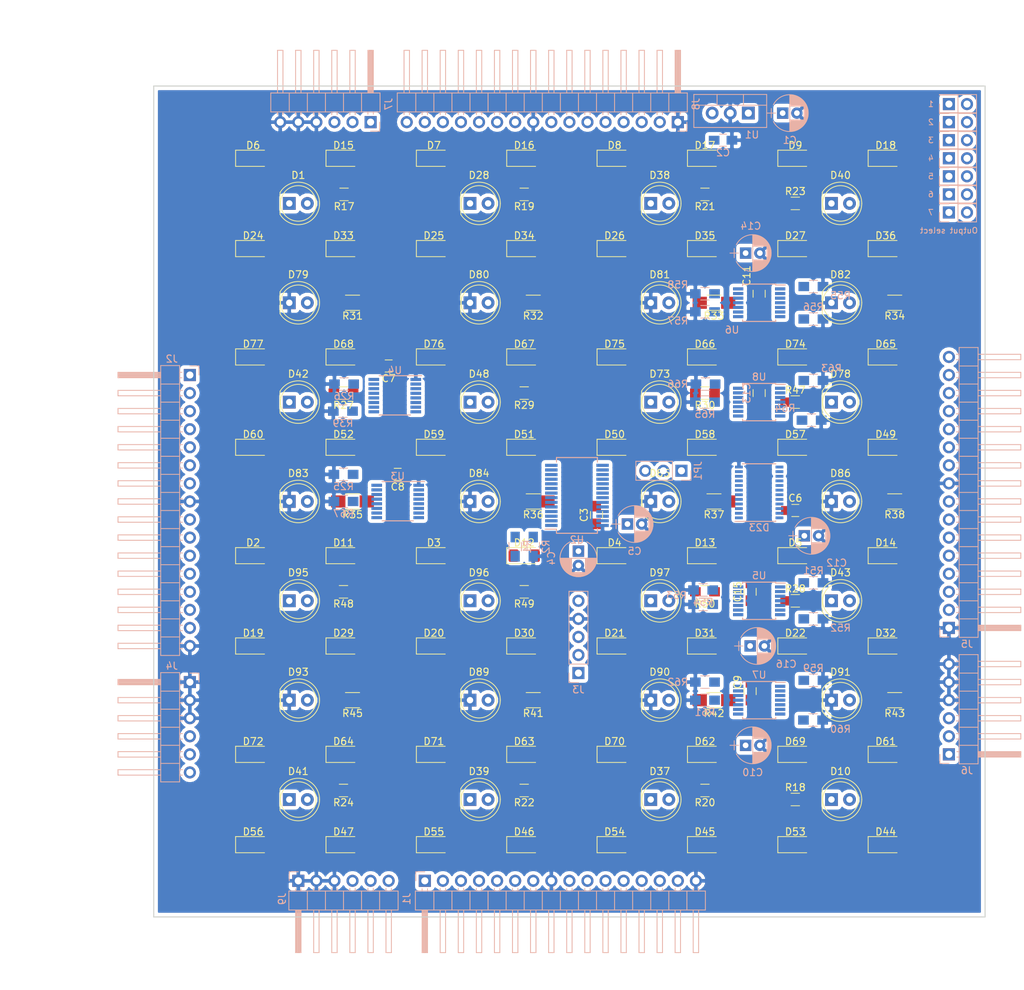
<source format=kicad_pcb>
(kicad_pcb (version 20171130) (host pcbnew "(5.0.1)-3")
  (layers (0 F.Cu signal) (1 In1.Cu signal) (2 In2.Cu signal) (31 B.Cu signal) (34 B.Paste user) (35 F.Paste user) (36 B.SilkS user) (37 F.SilkS user) (38 B.Mask user) (39 F.Mask user) (44 Edge.Cuts user))
  (net 0 "")
  (net 1 +12V)
  (net 2 GND)
  (net 3 +5V)
  (net 4 "/LED Drivers & MUXs/IR0")
  (net 5 "Net-(D11-Pad2)")
  (net 6 "Net-(D12-Pad2)")
  (net 7 "Net-(D13-Pad2)")
  (net 8 "Net-(D14-Pad2)")
  (net 9 "Net-(D15-Pad2)")
  (net 10 "Net-(D16-Pad2)")
  (net 11 "Net-(D17-Pad2)")
  (net 12 "Net-(D18-Pad2)")
  (net 13 "/LED Drivers & MUXs/IR15")
  (net 14 "Net-(D11-Pad1)")
  (net 15 "Net-(D12-Pad1)")
  (net 16 "Net-(D13-Pad1)")
  (net 17 "Net-(D14-Pad1)")
  (net 18 "Net-(D15-Pad1)")
  (net 19 "Net-(D16-Pad1)")
  (net 20 "Net-(D17-Pad1)")
  (net 21 "Net-(D18-Pad1)")
  (net 22 "Net-(D19-Pad1)")
  (net 23 "Net-(D20-Pad1)")
  (net 24 "Net-(D21-Pad1)")
  (net 25 "Net-(D22-Pad1)")
  (net 26 "/LED Drivers & MUXs/IR7")
  (net 27 "/LED Drivers & MUXs/IR6")
  (net 28 "/LED Drivers & MUXs/IR5")
  (net 29 "/LED Drivers & MUXs/IR4")
  (net 30 "/LED Drivers & MUXs/IR3")
  (net 31 "/LED Drivers & MUXs/IR2")
  (net 32 "/LED Drivers & MUXs/IR1")
  (net 33 /MUX0)
  (net 34 /MUX1)
  (net 35 /MUX3)
  (net 36 /MUX2)
  (net 37 "/LED Drivers & MUXs/IR14")
  (net 38 "/LED Drivers & MUXs/IR13")
  (net 39 "/LED Drivers & MUXs/IR12")
  (net 40 "/LED Drivers & MUXs/IR11")
  (net 41 "/LED Drivers & MUXs/IR10")
  (net 42 "/LED Drivers & MUXs/IR9")
  (net 43 "/LED Drivers & MUXs/IR8")
  (net 44 "Net-(D24-Pad1)")
  (net 45 "Net-(D25-Pad1)")
  (net 46 "Net-(D26-Pad1)")
  (net 47 "Net-(D27-Pad1)")
  (net 48 "Net-(D29-Pad1)")
  (net 49 "Net-(D30-Pad1)")
  (net 50 "Net-(D31-Pad1)")
  (net 51 "Net-(D32-Pad1)")
  (net 52 "Net-(D33-Pad1)")
  (net 53 "Net-(D34-Pad1)")
  (net 54 "Net-(D35-Pad1)")
  (net 55 "Net-(D36-Pad1)")
  (net 56 "Net-(D44-Pad1)")
  (net 57 "Net-(D44-Pad2)")
  (net 58 "Net-(D45-Pad1)")
  (net 59 "Net-(D45-Pad2)")
  (net 60 "Net-(D46-Pad1)")
  (net 61 "Net-(D46-Pad2)")
  (net 62 "Net-(D47-Pad1)")
  (net 63 "Net-(D47-Pad2)")
  (net 64 "Net-(D49-Pad1)")
  (net 65 "Net-(D49-Pad2)")
  (net 66 "Net-(D50-Pad1)")
  (net 67 "Net-(D50-Pad2)")
  (net 68 "Net-(D51-Pad1)")
  (net 69 "Net-(D51-Pad2)")
  (net 70 "Net-(D52-Pad1)")
  (net 71 "Net-(D52-Pad2)")
  (net 72 "Net-(D53-Pad2)")
  (net 73 "Net-(D54-Pad2)")
  (net 74 "Net-(D55-Pad2)")
  (net 75 "Net-(D56-Pad2)")
  (net 76 "Net-(D57-Pad2)")
  (net 77 "Net-(D58-Pad2)")
  (net 78 "Net-(D59-Pad2)")
  (net 79 "Net-(D60-Pad2)")
  (net 80 "Net-(D61-Pad2)")
  (net 81 "Net-(D62-Pad2)")
  (net 82 "Net-(D63-Pad2)")
  (net 83 "Net-(D64-Pad2)")
  (net 84 "Net-(D65-Pad2)")
  (net 85 "Net-(D66-Pad2)")
  (net 86 "Net-(D67-Pad2)")
  (net 87 "Net-(D68-Pad2)")
  (net 88 "Net-(D79-Pad2)")
  (net 89 "Net-(D80-Pad2)")
  (net 90 "Net-(D81-Pad2)")
  (net 91 "Net-(D82-Pad2)")
  (net 92 "Net-(D83-Pad2)")
  (net 93 "Net-(D84-Pad2)")
  (net 94 "Net-(D85-Pad2)")
  (net 95 "Net-(D86-Pad2)")
  (net 96 "Net-(D89-Pad2)")
  (net 97 "Net-(D90-Pad2)")
  (net 98 "Net-(D91-Pad2)")
  (net 99 "Net-(D93-Pad2)")
  (net 100 /BRD7)
  (net 101 /BRD6)
  (net 102 /BRD5)
  (net 103 /BRD4)
  (net 104 /BRD3)
  (net 105 /BRD2)
  (net 106 /BRD1)
  (net 107 /LE)
  (net 108 /CLK)
  (net 109 /Microcontroller/SWDIO)
  (net 110 /Microcontroller/SWDCLK)
  (net 111 /Microcontroller/RST)
  (net 112 /Microcontroller/PSOC_SDO)
  (net 113 "/LED Drivers & MUXs/DRIVER_SDI")
  (net 114 "Net-(R25-Pad2)")
  (net 115 "Net-(R26-Pad2)")
  (net 116 "Net-(U2-Pad1)")
  (net 117 "Net-(U2-Pad2)")
  (net 118 "Net-(U2-Pad11)")
  (net 119 "Net-(U2-Pad12)")
  (net 120 "Net-(U2-Pad22)")
  (net 121 "Net-(U2-Pad23)")
  (net 122 "Net-(U2-Pad24)")
  (net 123 "/LED Drivers & MUXs/sdo")
  (net 124 "Net-(U3-Pad13)")
  (net 125 "Net-(U4-Pad13)")
  (net 126 /Microcontroller/BOARD0)
  (net 127 /SDI)
  (net 128 "/LED Drivers & MUXs/DRIVER_SDO")
  (net 129 "Net-(C5-Pad1)")
  (net 130 "Net-(D23-Pad1)")
  (net 131 /MUX_IN7)
  (net 132 /MUX_IN6)
  (net 133 /MUX_IN5)
  (net 134 /MUX_IN4)
  (net 135 /MUX_IN3)
  (net 136 /MUX_IN2)
  (net 137 /MUX_IN1)
  (net 138 /MUX_IN0)
  (net 139 /MUX_IN15)
  (net 140 /MUX_IN14)
  (net 141 /MUX_IN13)
  (net 142 /MUX_IN12)
  (net 143 /MUX_IN11)
  (net 144 /MUX_IN10)
  (net 145 /MUX_IN9)
  (net 146 /MUX_IN8)
  (module Pin_Headers:Pin_Header_Angled_1x16_Pitch2.54mm (layer B.Cu) (at 59.69 69.85 180)
    (fp_text reference J2 (at 2.54 2.27 180) (layer B.SilkS) (effects (justify mirror)))
    (fp_text value LEFT)
    (pad 1 thru_hole rect (at 0 0 180) (size 1.7 1.7) (drill 1) (layers *.Cu *.Mask) (net 100 /BRD7))
    (pad 2 thru_hole oval (at 0 -2.54 180) (size 1.7 1.7) (drill 1) (layers *.Cu *.Mask) (net 101 /BRD6))
    (pad 3 thru_hole oval (at 0 -5.08 180) (size 1.7 1.7) (drill 1) (layers *.Cu *.Mask) (net 102 /BRD5))
    (pad 4 thru_hole oval (at 0 -7.62 180) (size 1.7 1.7) (drill 1) (layers *.Cu *.Mask) (net 103 /BRD4))
    (pad 5 thru_hole oval (at 0 -10.16 180) (size 1.7 1.7) (drill 1) (layers *.Cu *.Mask) (net 104 /BRD3))
    (pad 6 thru_hole oval (at 0 -12.7 180) (size 1.7 1.7) (drill 1) (layers *.Cu *.Mask) (net 105 /BRD2))
    (pad 7 thru_hole oval (at 0 -15.24 180) (size 1.7 1.7) (drill 1) (layers *.Cu *.Mask) (net 106 /BRD1))
    (pad 8 thru_hole oval (at 0 -17.78 180) (size 1.7 1.7) (drill 1) (layers *.Cu *.Mask) (net 2 GND))
    (pad 9 thru_hole oval (at 0 -20.32 180) (size 1.7 1.7) (drill 1) (layers *.Cu *.Mask) (net 33 /MUX0))
    (pad 10 thru_hole oval (at 0 -22.86 180) (size 1.7 1.7) (drill 1) (layers *.Cu *.Mask) (net 34 /MUX1))
    (pad 11 thru_hole oval (at 0 -25.4 180) (size 1.7 1.7) (drill 1) (layers *.Cu *.Mask) (net 36 /MUX2))
    (pad 12 thru_hole oval (at 0 -27.94 180) (size 1.7 1.7) (drill 1) (layers *.Cu *.Mask) (net 35 /MUX3))
    (pad 13 thru_hole oval (at 0 -30.48 180) (size 1.7 1.7) (drill 1) (layers *.Cu *.Mask) (net 107 /LE))
    (pad 14 thru_hole oval (at 0 -33.02 180) (size 1.7 1.7) (drill 1) (layers *.Cu *.Mask) (net 108 /CLK))
    (pad 15 thru_hole oval (at 0 -35.56 180) (size 1.7 1.7) (drill 1) (layers *.Cu *.Mask) (net 127 /SDI))
    (pad 16 thru_hole oval (at 0 -38.1 180) (size 1.7 1.7) (drill 1) (layers *.Cu *.Mask) (net 2 GND))
  )
  (module Housings_SSOP:TSSOP-14_4.4x5mm_Pitch0.65mm (layer B.Cu) (at 139.7 115.57 180)
    (fp_text reference U7 (at 0 3.55 180) (layer B.SilkS) (effects (justify mirror)))
    (fp_text value TLC274)
    (pad 1 smd rect (at -2.95 1.95 180) (size 1.45 0.45) (layers B.Cu B.Paste B.Mask) (net 146 /MUX_IN8))
    (pad 2 smd rect (at -2.95 1.3 180) (size 1.45 0.45) (layers B.Cu B.Paste B.Mask) (net 146 /MUX_IN8))
    (pad 3 smd rect (at -2.95 0.65 180) (size 1.45 0.45) (layers B.Cu B.Paste B.Mask) (net 43 "/LED Drivers & MUXs/IR8"))
    (pad 4 smd rect (at -2.95 0 180) (size 1.45 0.45) (layers B.Cu B.Paste B.Mask) (net 3 +5V))
    (pad 5 smd rect (at -2.95 -0.65 180) (size 1.45 0.45) (layers B.Cu B.Paste B.Mask) (net 42 "/LED Drivers & MUXs/IR9"))
    (pad 6 smd rect (at -2.95 -1.3 180) (size 1.45 0.45) (layers B.Cu B.Paste B.Mask) (net 145 /MUX_IN9))
    (pad 7 smd rect (at -2.95 -1.95 180) (size 1.45 0.45) (layers B.Cu B.Paste B.Mask) (net 145 /MUX_IN9))
    (pad 8 smd rect (at 2.95 -1.95 180) (size 1.45 0.45) (layers B.Cu B.Paste B.Mask) (net 144 /MUX_IN10))
    (pad 9 smd rect (at 2.95 -1.3 180) (size 1.45 0.45) (layers B.Cu B.Paste B.Mask) (net 144 /MUX_IN10))
    (pad 10 smd rect (at 2.95 -0.65 180) (size 1.45 0.45) (layers B.Cu B.Paste B.Mask) (net 41 "/LED Drivers & MUXs/IR10"))
    (pad 11 smd rect (at 2.95 0 180) (size 1.45 0.45) (layers B.Cu B.Paste B.Mask) (net 2 GND))
    (pad 12 smd rect (at 2.95 0.65 180) (size 1.45 0.45) (layers B.Cu B.Paste B.Mask) (net 40 "/LED Drivers & MUXs/IR11"))
    (pad 13 smd rect (at 2.95 1.3 180) (size 1.45 0.45) (layers B.Cu B.Paste B.Mask) (net 143 /MUX_IN11))
    (pad 14 smd rect (at 2.95 1.95 180) (size 1.45 0.45) (layers B.Cu B.Paste B.Mask) (net 143 /MUX_IN11))
  )
  (module Capacitors_SMD:C_0805_HandSoldering (layer B.Cu) (at 134.62 36.83)
    (fp_text reference C2 (at 0 1.75) (layer B.SilkS) (effects (justify mirror)))
    (fp_text value 100n)
    (pad 1 smd rect (at -1.25 0) (size 1.5 1.25) (layers B.Cu B.Paste B.Mask) (net 3 +5V))
    (pad 2 smd rect (at 1.25 0) (size 1.5 1.25) (layers B.Cu B.Paste B.Mask) (net 2 GND))
  )
  (module Capacitors_SMD:C_0805_HandSoldering (layer F.Cu) (at 116.84 89.535 90)
    (fp_text reference C3 (at 0 -1.75 90) (layer F.SilkS))
    (fp_text value 100n)
    (pad 1 smd rect (at -1.25 0 90) (size 1.5 1.25) (layers F.Cu F.Paste F.Mask) (net 2 GND))
    (pad 2 smd rect (at 1.25 0 90) (size 1.5 1.25) (layers F.Cu F.Paste F.Mask) (net 3 +5V))
  )
  (module Capacitors_SMD:C_0805_HandSoldering (layer F.Cu) (at 144.78 88.9)
    (fp_text reference C6 (at 0 -1.75) (layer F.SilkS))
    (fp_text value 100n)
    (pad 1 smd rect (at -1.25 0) (size 1.5 1.25) (layers F.Cu F.Paste F.Mask) (net 3 +5V))
    (pad 2 smd rect (at 1.25 0) (size 1.5 1.25) (layers F.Cu F.Paste F.Mask) (net 2 GND))
  )
  (module Capacitors_SMD:C_0805_HandSoldering (layer F.Cu) (at 87.63 68.58 180)
    (fp_text reference C7 (at 0 -1.75 180) (layer F.SilkS))
    (fp_text value 100n)
    (pad 1 smd rect (at -1.25 0 180) (size 1.5 1.25) (layers F.Cu F.Paste F.Mask) (net 2 GND))
    (pad 2 smd rect (at 1.25 0 180) (size 1.5 1.25) (layers F.Cu F.Paste F.Mask) (net 3 +5V))
  )
  (module Capacitors_SMD:C_0805_HandSoldering (layer F.Cu) (at 88.9 83.82 180)
    (fp_text reference C8 (at 0 -1.75 180) (layer F.SilkS))
    (fp_text value 100n)
    (pad 1 smd rect (at -1.25 0 180) (size 1.5 1.25) (layers F.Cu F.Paste F.Mask) (net 2 GND))
    (pad 2 smd rect (at 1.25 0 180) (size 1.5 1.25) (layers F.Cu F.Paste F.Mask) (net 3 +5V))
  )
  (module Capacitors_SMD:C_0805_HandSoldering (layer F.Cu) (at 138.43 114.3 90)
    (fp_text reference C9 (at 1.27 -1.75 90) (layer F.SilkS))
    (fp_text value 100n)
    (pad 1 smd rect (at -1.25 0 90) (size 1.5 1.25) (layers F.Cu F.Paste F.Mask) (net 3 +5V))
    (pad 2 smd rect (at 1.25 0 90) (size 1.5 1.25) (layers F.Cu F.Paste F.Mask) (net 2 GND))
  )
  (module LEDs:LED_D5.0mm (layer F.Cu) (at 73.66 45.72)
    (fp_text reference D1 (at 1.27 -3.96) (layer F.SilkS))
    (fp_text value IR_RX)
    (pad 1 thru_hole rect (at 0 0) (size 1.8 1.8) (drill 0.9) (layers *.Cu *.Mask) (net 3 +5V))
    (pad 2 thru_hole circle (at 2.54 0) (size 1.8 1.8) (drill 0.9) (layers *.Cu *.Mask) (net 4 "/LED Drivers & MUXs/IR0"))
  )
  (module LEDs:LED_D5.0mm (layer F.Cu) (at 149.86 129.54)
    (fp_text reference D10 (at 1.27 -3.96) (layer F.SilkS))
    (fp_text value IR_RX)
    (pad 1 thru_hole rect (at 0 0) (size 1.8 1.8) (drill 0.9) (layers *.Cu *.Mask) (net 3 +5V))
    (pad 2 thru_hole circle (at 2.54 0) (size 1.8 1.8) (drill 0.9) (layers *.Cu *.Mask) (net 13 "/LED Drivers & MUXs/IR15"))
  )
  (module Housings_SSOP:TSSOP-24_4.4x7.8mm_Pitch0.65mm (layer B.Cu) (at 139.7 86.36)
    (fp_text reference D23 (at 0 4.95) (layer B.SilkS) (effects (justify mirror)))
    (fp_text value 74HC4067)
    (pad 1 smd rect (at -2.85 3.575) (size 1.1 0.4) (layers B.Cu B.Paste B.Mask) (net 130 "Net-(D23-Pad1)"))
    (pad 2 smd rect (at -2.85 2.925) (size 1.1 0.4) (layers B.Cu B.Paste B.Mask) (net 131 /MUX_IN7))
    (pad 3 smd rect (at -2.85 2.275) (size 1.1 0.4) (layers B.Cu B.Paste B.Mask) (net 132 /MUX_IN6))
    (pad 4 smd rect (at -2.85 1.625) (size 1.1 0.4) (layers B.Cu B.Paste B.Mask) (net 133 /MUX_IN5))
    (pad 5 smd rect (at -2.85 0.975) (size 1.1 0.4) (layers B.Cu B.Paste B.Mask) (net 134 /MUX_IN4))
    (pad 6 smd rect (at -2.85 0.325) (size 1.1 0.4) (layers B.Cu B.Paste B.Mask) (net 135 /MUX_IN3))
    (pad 7 smd rect (at -2.85 -0.325) (size 1.1 0.4) (layers B.Cu B.Paste B.Mask) (net 136 /MUX_IN2))
    (pad 8 smd rect (at -2.85 -0.975) (size 1.1 0.4) (layers B.Cu B.Paste B.Mask) (net 137 /MUX_IN1))
    (pad 9 smd rect (at -2.85 -1.625) (size 1.1 0.4) (layers B.Cu B.Paste B.Mask) (net 138 /MUX_IN0))
    (pad 10 smd rect (at -2.85 -2.275) (size 1.1 0.4) (layers B.Cu B.Paste B.Mask) (net 33 /MUX0))
    (pad 11 smd rect (at -2.85 -2.925) (size 1.1 0.4) (layers B.Cu B.Paste B.Mask) (net 34 /MUX1))
    (pad 12 smd rect (at -2.85 -3.575) (size 1.1 0.4) (layers B.Cu B.Paste B.Mask) (net 2 GND))
    (pad 13 smd rect (at 2.85 -3.575) (size 1.1 0.4) (layers B.Cu B.Paste B.Mask) (net 35 /MUX3))
    (pad 14 smd rect (at 2.85 -2.925) (size 1.1 0.4) (layers B.Cu B.Paste B.Mask) (net 36 /MUX2))
    (pad 15 smd rect (at 2.85 -2.275) (size 1.1 0.4) (layers B.Cu B.Paste B.Mask) (net 2 GND))
    (pad 16 smd rect (at 2.85 -1.625) (size 1.1 0.4) (layers B.Cu B.Paste B.Mask) (net 139 /MUX_IN15))
    (pad 17 smd rect (at 2.85 -0.975) (size 1.1 0.4) (layers B.Cu B.Paste B.Mask) (net 140 /MUX_IN14))
    (pad 18 smd rect (at 2.85 -0.325) (size 1.1 0.4) (layers B.Cu B.Paste B.Mask) (net 141 /MUX_IN13))
    (pad 19 smd rect (at 2.85 0.325) (size 1.1 0.4) (layers B.Cu B.Paste B.Mask) (net 142 /MUX_IN12))
    (pad 20 smd rect (at 2.85 0.975) (size 1.1 0.4) (layers B.Cu B.Paste B.Mask) (net 143 /MUX_IN11))
    (pad 21 smd rect (at 2.85 1.625) (size 1.1 0.4) (layers B.Cu B.Paste B.Mask) (net 144 /MUX_IN10))
    (pad 22 smd rect (at 2.85 2.275) (size 1.1 0.4) (layers B.Cu B.Paste B.Mask) (net 145 /MUX_IN9))
    (pad 23 smd rect (at 2.85 2.925) (size 1.1 0.4) (layers B.Cu B.Paste B.Mask) (net 146 /MUX_IN8))
    (pad 24 smd rect (at 2.85 3.575) (size 1.1 0.4) (layers B.Cu B.Paste B.Mask) (net 3 +5V))
  )
  (module LEDs:LED_D5.0mm (layer F.Cu) (at 99.06 45.72)
    (fp_text reference D28 (at 1.27 -3.96) (layer F.SilkS))
    (fp_text value IR_RX)
    (pad 1 thru_hole rect (at 0 0) (size 1.8 1.8) (drill 0.9) (layers *.Cu *.Mask) (net 1 +12V))
    (pad 2 thru_hole circle (at 2.54 0) (size 1.8 1.8) (drill 0.9) (layers *.Cu *.Mask) (net 32 "/LED Drivers & MUXs/IR1"))
  )
  (module LEDs:LED_D5.0mm (layer F.Cu) (at 124.46 129.54)
    (fp_text reference D37 (at 1.27 -3.96) (layer F.SilkS))
    (fp_text value IR_RX)
    (pad 1 thru_hole rect (at 0 0) (size 1.8 1.8) (drill 0.9) (layers *.Cu *.Mask) (net 3 +5V))
    (pad 2 thru_hole circle (at 2.54 0) (size 1.8 1.8) (drill 0.9) (layers *.Cu *.Mask) (net 37 "/LED Drivers & MUXs/IR14"))
  )
  (module LEDs:LED_D5.0mm (layer F.Cu) (at 124.46 45.72)
    (fp_text reference D38 (at 1.27 -3.96) (layer F.SilkS))
    (fp_text value IR_RX)
    (pad 1 thru_hole rect (at 0 0) (size 1.8 1.8) (drill 0.9) (layers *.Cu *.Mask) (net 1 +12V))
    (pad 2 thru_hole circle (at 2.54 0) (size 1.8 1.8) (drill 0.9) (layers *.Cu *.Mask) (net 31 "/LED Drivers & MUXs/IR2"))
  )
  (module LEDs:LED_D5.0mm (layer F.Cu) (at 99.06 129.54)
    (fp_text reference D39 (at 1.27 -3.96) (layer F.SilkS))
    (fp_text value IR_RX)
    (pad 1 thru_hole rect (at 0 0) (size 1.8 1.8) (drill 0.9) (layers *.Cu *.Mask) (net 3 +5V))
    (pad 2 thru_hole circle (at 2.54 0) (size 1.8 1.8) (drill 0.9) (layers *.Cu *.Mask) (net 38 "/LED Drivers & MUXs/IR13"))
  )
  (module LEDs:LED_D5.0mm (layer F.Cu) (at 149.86 45.72)
    (fp_text reference D40 (at 1.27 -3.96) (layer F.SilkS))
    (fp_text value IR_RX)
    (pad 1 thru_hole rect (at 0 0) (size 1.8 1.8) (drill 0.9) (layers *.Cu *.Mask) (net 1 +12V))
    (pad 2 thru_hole circle (at 2.54 0) (size 1.8 1.8) (drill 0.9) (layers *.Cu *.Mask) (net 30 "/LED Drivers & MUXs/IR3"))
  )
  (module LEDs:LED_D5.0mm (layer F.Cu) (at 73.66 129.54)
    (fp_text reference D41 (at 1.27 -3.96) (layer F.SilkS))
    (fp_text value IR_RX)
    (pad 1 thru_hole rect (at 0 0) (size 1.8 1.8) (drill 0.9) (layers *.Cu *.Mask) (net 3 +5V))
    (pad 2 thru_hole circle (at 2.54 0) (size 1.8 1.8) (drill 0.9) (layers *.Cu *.Mask) (net 39 "/LED Drivers & MUXs/IR12"))
  )
  (module LEDs:LED_D5.0mm (layer F.Cu) (at 73.66 73.66)
    (fp_text reference D42 (at 1.27 -3.96) (layer F.SilkS))
    (fp_text value IR_RX)
    (pad 1 thru_hole rect (at 0 0) (size 1.8 1.8) (drill 0.9) (layers *.Cu *.Mask) (net 1 +12V))
    (pad 2 thru_hole circle (at 2.54 0) (size 1.8 1.8) (drill 0.9) (layers *.Cu *.Mask) (net 29 "/LED Drivers & MUXs/IR4"))
  )
  (module LEDs:LED_D5.0mm (layer F.Cu) (at 149.86 101.6)
    (fp_text reference D43 (at 1.27 -3.96) (layer F.SilkS))
    (fp_text value IR_RX)
    (pad 1 thru_hole rect (at 0 0) (size 1.8 1.8) (drill 0.9) (layers *.Cu *.Mask) (net 3 +5V))
    (pad 2 thru_hole circle (at 2.54 0) (size 1.8 1.8) (drill 0.9) (layers *.Cu *.Mask) (net 40 "/LED Drivers & MUXs/IR11"))
  )
  (module LEDs:LED_D5.0mm (layer F.Cu) (at 99.06 73.66)
    (fp_text reference D48 (at 1.27 -3.96) (layer F.SilkS))
    (fp_text value IR_RX)
    (pad 1 thru_hole rect (at 0 0) (size 1.8 1.8) (drill 0.9) (layers *.Cu *.Mask) (net 1 +12V))
    (pad 2 thru_hole circle (at 2.54 0) (size 1.8 1.8) (drill 0.9) (layers *.Cu *.Mask) (net 28 "/LED Drivers & MUXs/IR5"))
  )
  (module LEDs:LED_D5.0mm (layer F.Cu) (at 124.46 73.66)
    (fp_text reference D73 (at 1.27 -3.96) (layer F.SilkS))
    (fp_text value IR_RX)
    (pad 1 thru_hole rect (at 0 0) (size 1.8 1.8) (drill 0.9) (layers *.Cu *.Mask) (net 1 +12V))
    (pad 2 thru_hole circle (at 2.54 0) (size 1.8 1.8) (drill 0.9) (layers *.Cu *.Mask) (net 27 "/LED Drivers & MUXs/IR6"))
  )
  (module LEDs:LED_D5.0mm (layer F.Cu) (at 149.86 73.66)
    (fp_text reference D78 (at 1.27 -3.96) (layer F.SilkS))
    (fp_text value IR_RX)
    (pad 1 thru_hole rect (at 0 0) (size 1.8 1.8) (drill 0.9) (layers *.Cu *.Mask) (net 1 +12V))
    (pad 2 thru_hole circle (at 2.54 0) (size 1.8 1.8) (drill 0.9) (layers *.Cu *.Mask) (net 26 "/LED Drivers & MUXs/IR7"))
  )
  (module LEDs:LED_D5.0mm (layer F.Cu) (at 73.66 59.69)
    (fp_text reference D79 (at 1.27 -3.96) (layer F.SilkS))
    (fp_text value IR_TX)
    (pad 1 thru_hole rect (at 0 0) (size 1.8 1.8) (drill 0.9) (layers *.Cu *.Mask) (net 2 GND))
    (pad 2 thru_hole circle (at 2.54 0) (size 1.8 1.8) (drill 0.9) (layers *.Cu *.Mask) (net 88 "Net-(D79-Pad2)"))
  )
  (module LEDs:LED_D5.0mm (layer F.Cu) (at 99.06 59.69)
    (fp_text reference D80 (at 1.27 -3.96) (layer F.SilkS))
    (fp_text value IR_TX)
    (pad 1 thru_hole rect (at 0 0) (size 1.8 1.8) (drill 0.9) (layers *.Cu *.Mask) (net 2 GND))
    (pad 2 thru_hole circle (at 2.54 0) (size 1.8 1.8) (drill 0.9) (layers *.Cu *.Mask) (net 89 "Net-(D80-Pad2)"))
  )
  (module LEDs:LED_D5.0mm (layer F.Cu) (at 124.46 59.69)
    (fp_text reference D81 (at 1.27 -3.96) (layer F.SilkS))
    (fp_text value IR_TX)
    (pad 1 thru_hole rect (at 0 0) (size 1.8 1.8) (drill 0.9) (layers *.Cu *.Mask) (net 2 GND))
    (pad 2 thru_hole circle (at 2.54 0) (size 1.8 1.8) (drill 0.9) (layers *.Cu *.Mask) (net 90 "Net-(D81-Pad2)"))
  )
  (module LEDs:LED_D5.0mm (layer F.Cu) (at 149.86 59.69)
    (fp_text reference D82 (at 1.27 -3.96) (layer F.SilkS))
    (fp_text value IR_TX)
    (pad 1 thru_hole rect (at 0 0) (size 1.8 1.8) (drill 0.9) (layers *.Cu *.Mask) (net 2 GND))
    (pad 2 thru_hole circle (at 2.54 0) (size 1.8 1.8) (drill 0.9) (layers *.Cu *.Mask) (net 91 "Net-(D82-Pad2)"))
  )
  (module LEDs:LED_D5.0mm (layer F.Cu) (at 73.66 87.63)
    (fp_text reference D83 (at 1.27 -3.96) (layer F.SilkS))
    (fp_text value IR_TX)
    (pad 1 thru_hole rect (at 0 0) (size 1.8 1.8) (drill 0.9) (layers *.Cu *.Mask) (net 2 GND))
    (pad 2 thru_hole circle (at 2.54 0) (size 1.8 1.8) (drill 0.9) (layers *.Cu *.Mask) (net 92 "Net-(D83-Pad2)"))
  )
  (module LEDs:LED_D5.0mm (layer F.Cu) (at 99.06 87.63)
    (fp_text reference D84 (at 1.27 -3.96) (layer F.SilkS))
    (fp_text value IR_TX)
    (pad 1 thru_hole rect (at 0 0) (size 1.8 1.8) (drill 0.9) (layers *.Cu *.Mask) (net 2 GND))
    (pad 2 thru_hole circle (at 2.54 0) (size 1.8 1.8) (drill 0.9) (layers *.Cu *.Mask) (net 93 "Net-(D84-Pad2)"))
  )
  (module LEDs:LED_D5.0mm (layer F.Cu) (at 124.46 87.63)
    (fp_text reference D85 (at 1.27 -3.96) (layer F.SilkS))
    (fp_text value IR_TX)
    (pad 1 thru_hole rect (at 0 0) (size 1.8 1.8) (drill 0.9) (layers *.Cu *.Mask) (net 2 GND))
    (pad 2 thru_hole circle (at 2.54 0) (size 1.8 1.8) (drill 0.9) (layers *.Cu *.Mask) (net 94 "Net-(D85-Pad2)"))
  )
  (module LEDs:LED_D5.0mm (layer F.Cu) (at 149.86 87.63)
    (fp_text reference D86 (at 1.27 -3.96) (layer F.SilkS))
    (fp_text value IR_TX)
    (pad 1 thru_hole rect (at 0 0) (size 1.8 1.8) (drill 0.9) (layers *.Cu *.Mask) (net 2 GND))
    (pad 2 thru_hole circle (at 2.54 0) (size 1.8 1.8) (drill 0.9) (layers *.Cu *.Mask) (net 95 "Net-(D86-Pad2)"))
  )
  (module LEDs:LED_D5.0mm (layer F.Cu) (at 99.06 115.57)
    (fp_text reference D89 (at 1.27 -3.96) (layer F.SilkS))
    (fp_text value IR_TX)
    (pad 1 thru_hole rect (at 0 0) (size 1.8 1.8) (drill 0.9) (layers *.Cu *.Mask) (net 2 GND))
    (pad 2 thru_hole circle (at 2.54 0) (size 1.8 1.8) (drill 0.9) (layers *.Cu *.Mask) (net 96 "Net-(D89-Pad2)"))
  )
  (module LEDs:LED_D5.0mm (layer F.Cu) (at 124.46 115.57)
    (fp_text reference D90 (at 1.27 -3.96) (layer F.SilkS))
    (fp_text value IR_TX)
    (pad 1 thru_hole rect (at 0 0) (size 1.8 1.8) (drill 0.9) (layers *.Cu *.Mask) (net 2 GND))
    (pad 2 thru_hole circle (at 2.54 0) (size 1.8 1.8) (drill 0.9) (layers *.Cu *.Mask) (net 97 "Net-(D90-Pad2)"))
  )
  (module LEDs:LED_D5.0mm (layer F.Cu) (at 149.86 115.57)
    (fp_text reference D91 (at 1.27 -3.96) (layer F.SilkS))
    (fp_text value IR_TX)
    (pad 1 thru_hole rect (at 0 0) (size 1.8 1.8) (drill 0.9) (layers *.Cu *.Mask) (net 2 GND))
    (pad 2 thru_hole circle (at 2.54 0) (size 1.8 1.8) (drill 0.9) (layers *.Cu *.Mask) (net 98 "Net-(D91-Pad2)"))
  )
  (module LEDs:LED_D5.0mm (layer F.Cu) (at 73.66 115.57)
    (fp_text reference D93 (at 1.27 -3.96) (layer F.SilkS))
    (fp_text value IR_TX)
    (pad 1 thru_hole rect (at 0 0) (size 1.8 1.8) (drill 0.9) (layers *.Cu *.Mask) (net 2 GND))
    (pad 2 thru_hole circle (at 2.54 0) (size 1.8 1.8) (drill 0.9) (layers *.Cu *.Mask) (net 99 "Net-(D93-Pad2)"))
  )
  (module LEDs:LED_D5.0mm (layer F.Cu) (at 73.66 101.6)
    (fp_text reference D95 (at 1.27 -3.96) (layer F.SilkS))
    (fp_text value IR_RX)
    (pad 1 thru_hole rect (at 0 0) (size 1.8 1.8) (drill 0.9) (layers *.Cu *.Mask) (net 1 +12V))
    (pad 2 thru_hole circle (at 2.54 0) (size 1.8 1.8) (drill 0.9) (layers *.Cu *.Mask) (net 43 "/LED Drivers & MUXs/IR8"))
  )
  (module LEDs:LED_D5.0mm (layer F.Cu) (at 99.06 101.6)
    (fp_text reference D96 (at 1.27 -3.96) (layer F.SilkS))
    (fp_text value IR_RX)
    (pad 1 thru_hole rect (at 0 0) (size 1.8 1.8) (drill 0.9) (layers *.Cu *.Mask) (net 1 +12V))
    (pad 2 thru_hole circle (at 2.54 0) (size 1.8 1.8) (drill 0.9) (layers *.Cu *.Mask) (net 42 "/LED Drivers & MUXs/IR9"))
  )
  (module LEDs:LED_D5.0mm (layer F.Cu) (at 124.46 101.6)
    (fp_text reference D97 (at 1.27 -3.96) (layer F.SilkS))
    (fp_text value IR_RX)
    (pad 1 thru_hole rect (at 0 0) (size 1.8 1.8) (drill 0.9) (layers *.Cu *.Mask) (net 1 +12V))
    (pad 2 thru_hole circle (at 2.54 0) (size 1.8 1.8) (drill 0.9) (layers *.Cu *.Mask) (net 41 "/LED Drivers & MUXs/IR10"))
  )
  (module Pin_Headers:Pin_Header_Angled_1x16_Pitch2.54mm (layer B.Cu) (at 92.71 140.97 270)
    (fp_text reference J1 (at 2.54 2.54 270) (layer B.SilkS) (effects (justify mirror)))
    (fp_text value BOT)
    (pad 1 thru_hole rect (at 0 0 270) (size 1.7 1.7) (drill 1) (layers *.Cu *.Mask) (net 100 /BRD7))
    (pad 2 thru_hole oval (at 0 -2.54 270) (size 1.7 1.7) (drill 1) (layers *.Cu *.Mask) (net 101 /BRD6))
    (pad 3 thru_hole oval (at 0 -5.08 270) (size 1.7 1.7) (drill 1) (layers *.Cu *.Mask) (net 102 /BRD5))
    (pad 4 thru_hole oval (at 0 -7.62 270) (size 1.7 1.7) (drill 1) (layers *.Cu *.Mask) (net 103 /BRD4))
    (pad 5 thru_hole oval (at 0 -10.16 270) (size 1.7 1.7) (drill 1) (layers *.Cu *.Mask) (net 104 /BRD3))
    (pad 6 thru_hole oval (at 0 -12.7 270) (size 1.7 1.7) (drill 1) (layers *.Cu *.Mask) (net 105 /BRD2))
    (pad 7 thru_hole oval (at 0 -15.24 270) (size 1.7 1.7) (drill 1) (layers *.Cu *.Mask) (net 106 /BRD1))
    (pad 8 thru_hole oval (at 0 -17.78 270) (size 1.7 1.7) (drill 1) (layers *.Cu *.Mask) (net 2 GND))
    (pad 9 thru_hole oval (at 0 -20.32 270) (size 1.7 1.7) (drill 1) (layers *.Cu *.Mask) (net 33 /MUX0))
    (pad 10 thru_hole oval (at 0 -22.86 270) (size 1.7 1.7) (drill 1) (layers *.Cu *.Mask) (net 34 /MUX1))
    (pad 11 thru_hole oval (at 0 -25.4 270) (size 1.7 1.7) (drill 1) (layers *.Cu *.Mask) (net 36 /MUX2))
    (pad 12 thru_hole oval (at 0 -27.94 270) (size 1.7 1.7) (drill 1) (layers *.Cu *.Mask) (net 35 /MUX3))
    (pad 13 thru_hole oval (at 0 -30.48 270) (size 1.7 1.7) (drill 1) (layers *.Cu *.Mask) (net 107 /LE))
    (pad 14 thru_hole oval (at 0 -33.02 270) (size 1.7 1.7) (drill 1) (layers *.Cu *.Mask) (net 108 /CLK))
    (pad 15 thru_hole oval (at 0 -35.56 270) (size 1.7 1.7) (drill 1) (layers *.Cu *.Mask) (net 127 /SDI))
    (pad 16 thru_hole oval (at 0 -38.1 270) (size 1.7 1.7) (drill 1) (layers *.Cu *.Mask) (net 2 GND))
  )
  (module Pin_Headers:Pin_Header_Straight_1x05_Pitch2.54mm (layer B.Cu) (at 114.3 111.76)
    (fp_text reference J3 (at 0 2.33) (layer B.SilkS) (effects (justify mirror)))
    (fp_text value PROGRAM)
    (pad 1 thru_hole rect (at 0 0) (size 1.7 1.7) (drill 1) (layers *.Cu *.Mask) (net 109 /Microcontroller/SWDIO))
    (pad 2 thru_hole oval (at 0 -2.54) (size 1.7 1.7) (drill 1) (layers *.Cu *.Mask) (net 110 /Microcontroller/SWDCLK))
    (pad 3 thru_hole oval (at 0 -5.08) (size 1.7 1.7) (drill 1) (layers *.Cu *.Mask) (net 111 /Microcontroller/RST))
    (pad 4 thru_hole oval (at 0 -7.62) (size 1.7 1.7) (drill 1) (layers *.Cu *.Mask) (net 2 GND))
    (pad 5 thru_hole oval (at 0 -10.16) (size 1.7 1.7) (drill 1) (layers *.Cu *.Mask) (net 3 +5V))
  )
  (module Pin_Headers:Pin_Header_Angled_1x06_Pitch2.54mm (layer B.Cu) (at 59.69 113.03 180)
    (fp_text reference J4 (at 2.54 2.27 180) (layer B.SilkS) (effects (justify mirror)))
    (fp_text value PWR_LEFT)
    (pad 1 thru_hole rect (at 0 0 180) (size 1.7 1.7) (drill 1) (layers *.Cu *.Mask) (net 2 GND))
    (pad 2 thru_hole oval (at 0 -2.54 180) (size 1.7 1.7) (drill 1) (layers *.Cu *.Mask) (net 2 GND))
    (pad 3 thru_hole oval (at 0 -5.08 180) (size 1.7 1.7) (drill 1) (layers *.Cu *.Mask) (net 2 GND))
    (pad 4 thru_hole oval (at 0 -7.62 180) (size 1.7 1.7) (drill 1) (layers *.Cu *.Mask) (net 1 +12V))
    (pad 5 thru_hole oval (at 0 -10.16 180) (size 1.7 1.7) (drill 1) (layers *.Cu *.Mask) (net 1 +12V))
    (pad 6 thru_hole oval (at 0 -12.7 180) (size 1.7 1.7) (drill 1) (layers *.Cu *.Mask) (net 1 +12V))
  )
  (module Pin_Headers:Pin_Header_Angled_1x16_Pitch2.54mm (layer B.Cu) (at 166.37 105.41)
    (fp_text reference J5 (at 2.54 2.27) (layer B.SilkS) (effects (justify mirror)))
    (fp_text value RIGHT)
    (pad 1 thru_hole rect (at 0 0) (size 1.7 1.7) (drill 1) (layers *.Cu *.Mask) (net 2 GND))
    (pad 2 thru_hole oval (at 0 -2.54) (size 1.7 1.7) (drill 1) (layers *.Cu *.Mask) (net 128 "/LED Drivers & MUXs/DRIVER_SDO"))
    (pad 3 thru_hole oval (at 0 -5.08) (size 1.7 1.7) (drill 1) (layers *.Cu *.Mask) (net 108 /CLK))
    (pad 4 thru_hole oval (at 0 -7.62) (size 1.7 1.7) (drill 1) (layers *.Cu *.Mask) (net 107 /LE))
    (pad 5 thru_hole oval (at 0 -10.16) (size 1.7 1.7) (drill 1) (layers *.Cu *.Mask) (net 35 /MUX3))
    (pad 6 thru_hole oval (at 0 -12.7) (size 1.7 1.7) (drill 1) (layers *.Cu *.Mask) (net 36 /MUX2))
    (pad 7 thru_hole oval (at 0 -15.24) (size 1.7 1.7) (drill 1) (layers *.Cu *.Mask) (net 34 /MUX1))
    (pad 8 thru_hole oval (at 0 -17.78) (size 1.7 1.7) (drill 1) (layers *.Cu *.Mask) (net 33 /MUX0))
    (pad 9 thru_hole oval (at 0 -20.32) (size 1.7 1.7) (drill 1) (layers *.Cu *.Mask) (net 2 GND))
    (pad 10 thru_hole oval (at 0 -22.86) (size 1.7 1.7) (drill 1) (layers *.Cu *.Mask) (net 106 /BRD1))
    (pad 11 thru_hole oval (at 0 -25.4) (size 1.7 1.7) (drill 1) (layers *.Cu *.Mask) (net 105 /BRD2))
    (pad 12 thru_hole oval (at 0 -27.94) (size 1.7 1.7) (drill 1) (layers *.Cu *.Mask) (net 104 /BRD3))
    (pad 13 thru_hole oval (at 0 -30.48) (size 1.7 1.7) (drill 1) (layers *.Cu *.Mask) (net 103 /BRD4))
    (pad 14 thru_hole oval (at 0 -33.02) (size 1.7 1.7) (drill 1) (layers *.Cu *.Mask) (net 102 /BRD5))
    (pad 15 thru_hole oval (at 0 -35.56) (size 1.7 1.7) (drill 1) (layers *.Cu *.Mask) (net 101 /BRD6))
    (pad 16 thru_hole oval (at 0 -38.1) (size 1.7 1.7) (drill 1) (layers *.Cu *.Mask) (net 100 /BRD7))
  )
  (module Pin_Headers:Pin_Header_Angled_1x06_Pitch2.54mm (layer B.Cu) (at 166.37 123.19)
    (fp_text reference J6 (at 2.54 2.27) (layer B.SilkS) (effects (justify mirror)))
    (fp_text value PWR_RIGHT)
    (pad 1 thru_hole rect (at 0 0) (size 1.7 1.7) (drill 1) (layers *.Cu *.Mask) (net 1 +12V))
    (pad 2 thru_hole oval (at 0 -2.54) (size 1.7 1.7) (drill 1) (layers *.Cu *.Mask) (net 1 +12V))
    (pad 3 thru_hole oval (at 0 -5.08) (size 1.7 1.7) (drill 1) (layers *.Cu *.Mask) (net 1 +12V))
    (pad 4 thru_hole oval (at 0 -7.62) (size 1.7 1.7) (drill 1) (layers *.Cu *.Mask) (net 2 GND))
    (pad 5 thru_hole oval (at 0 -10.16) (size 1.7 1.7) (drill 1) (layers *.Cu *.Mask) (net 2 GND))
    (pad 6 thru_hole oval (at 0 -12.7) (size 1.7 1.7) (drill 1) (layers *.Cu *.Mask) (net 2 GND))
  )
  (module Pin_Headers:Pin_Header_Angled_1x06_Pitch2.54mm (layer B.Cu) (at 85.09 34.29 90)
    (fp_text reference J7 (at 2.54 2.54 90) (layer B.SilkS) (effects (justify mirror)))
    (fp_text value PWR_BOT)
    (pad 1 thru_hole rect (at 0 0 90) (size 1.7 1.7) (drill 1) (layers *.Cu *.Mask) (net 1 +12V))
    (pad 2 thru_hole oval (at 0 -2.54 90) (size 1.7 1.7) (drill 1) (layers *.Cu *.Mask) (net 1 +12V))
    (pad 3 thru_hole oval (at 0 -5.08 90) (size 1.7 1.7) (drill 1) (layers *.Cu *.Mask) (net 1 +12V))
    (pad 4 thru_hole oval (at 0 -7.62 90) (size 1.7 1.7) (drill 1) (layers *.Cu *.Mask) (net 2 GND))
    (pad 5 thru_hole oval (at 0 -10.16 90) (size 1.7 1.7) (drill 1) (layers *.Cu *.Mask) (net 2 GND))
    (pad 6 thru_hole oval (at 0 -12.7 90) (size 1.7 1.7) (drill 1) (layers *.Cu *.Mask) (net 2 GND))
  )
  (module Pin_Headers:Pin_Header_Angled_1x16_Pitch2.54mm (layer B.Cu) (at 128.27 34.29 90)
    (fp_text reference J8 (at 2.54 2.54 90) (layer B.SilkS) (effects (justify mirror)))
    (fp_text value TOP)
    (pad 1 thru_hole rect (at 0 0 90) (size 1.7 1.7) (drill 1) (layers *.Cu *.Mask) (net 2 GND))
    (pad 2 thru_hole oval (at 0 -2.54 90) (size 1.7 1.7) (drill 1) (layers *.Cu *.Mask) (net 128 "/LED Drivers & MUXs/DRIVER_SDO"))
    (pad 3 thru_hole oval (at 0 -5.08 90) (size 1.7 1.7) (drill 1) (layers *.Cu *.Mask) (net 108 /CLK))
    (pad 4 thru_hole oval (at 0 -7.62 90) (size 1.7 1.7) (drill 1) (layers *.Cu *.Mask) (net 107 /LE))
    (pad 5 thru_hole oval (at 0 -10.16 90) (size 1.7 1.7) (drill 1) (layers *.Cu *.Mask) (net 35 /MUX3))
    (pad 6 thru_hole oval (at 0 -12.7 90) (size 1.7 1.7) (drill 1) (layers *.Cu *.Mask) (net 36 /MUX2))
    (pad 7 thru_hole oval (at 0 -15.24 90) (size 1.7 1.7) (drill 1) (layers *.Cu *.Mask) (net 34 /MUX1))
    (pad 8 thru_hole oval (at 0 -17.78 90) (size 1.7 1.7) (drill 1) (layers *.Cu *.Mask) (net 33 /MUX0))
    (pad 9 thru_hole oval (at 0 -20.32 90) (size 1.7 1.7) (drill 1) (layers *.Cu *.Mask) (net 2 GND))
    (pad 10 thru_hole oval (at 0 -22.86 90) (size 1.7 1.7) (drill 1) (layers *.Cu *.Mask) (net 106 /BRD1))
    (pad 11 thru_hole oval (at 0 -25.4 90) (size 1.7 1.7) (drill 1) (layers *.Cu *.Mask) (net 105 /BRD2))
    (pad 12 thru_hole oval (at 0 -27.94 90) (size 1.7 1.7) (drill 1) (layers *.Cu *.Mask) (net 104 /BRD3))
    (pad 13 thru_hole oval (at 0 -30.48 90) (size 1.7 1.7) (drill 1) (layers *.Cu *.Mask) (net 103 /BRD4))
    (pad 14 thru_hole oval (at 0 -33.02 90) (size 1.7 1.7) (drill 1) (layers *.Cu *.Mask) (net 102 /BRD5))
    (pad 15 thru_hole oval (at 0 -35.56 90) (size 1.7 1.7) (drill 1) (layers *.Cu *.Mask) (net 101 /BRD6))
    (pad 16 thru_hole oval (at 0 -38.1 90) (size 1.7 1.7) (drill 1) (layers *.Cu *.Mask) (net 100 /BRD7))
  )
  (module Pin_Headers:Pin_Header_Angled_1x06_Pitch2.54mm (layer B.Cu) (at 74.93 140.97 270)
    (fp_text reference J9 (at 2.54 2.27 270) (layer B.SilkS) (effects (justify mirror)))
    (fp_text value PWR_TOP)
    (pad 1 thru_hole rect (at 0 0 270) (size 1.7 1.7) (drill 1) (layers *.Cu *.Mask) (net 2 GND))
    (pad 2 thru_hole oval (at 0 -2.54 270) (size 1.7 1.7) (drill 1) (layers *.Cu *.Mask) (net 2 GND))
    (pad 3 thru_hole oval (at 0 -5.08 270) (size 1.7 1.7) (drill 1) (layers *.Cu *.Mask) (net 2 GND))
    (pad 4 thru_hole oval (at 0 -7.62 270) (size 1.7 1.7) (drill 1) (layers *.Cu *.Mask) (net 1 +12V))
    (pad 5 thru_hole oval (at 0 -10.16 270) (size 1.7 1.7) (drill 1) (layers *.Cu *.Mask) (net 1 +12V))
    (pad 6 thru_hole oval (at 0 -12.7 270) (size 1.7 1.7) (drill 1) (layers *.Cu *.Mask) (net 1 +12V))
  )
  (module Pin_Headers:Pin_Header_Straight_1x03_Pitch2.54mm (layer B.Cu) (at 128.778 83.312 90)
    (fp_text reference JP1 (at 0 2.33 90) (layer B.SilkS) (effects (justify mirror)))
    (fp_text value MASTER_SEL)
    (pad 1 thru_hole rect (at 0 0 90) (size 1.7 1.7) (drill 1) (layers *.Cu *.Mask) (net 112 /Microcontroller/PSOC_SDO))
    (pad 2 thru_hole oval (at 0 -2.54 90) (size 1.7 1.7) (drill 1) (layers *.Cu *.Mask) (net 113 "/LED Drivers & MUXs/DRIVER_SDI"))
    (pad 3 thru_hole oval (at 0 -5.08 90) (size 1.7 1.7) (drill 1) (layers *.Cu *.Mask) (net 127 /SDI))
  )
  (module Resistors_SMD:R_0805_HandSoldering (layer B.Cu) (at 105.41 93.98 90)
    (fp_text reference R1 (at 0 1.7 90) (layer B.SilkS) (effects (justify mirror)))
    (fp_text value 1K5)
    (pad 1 smd rect (at -1.35 0 90) (size 1.5 1.3) (layers B.Cu B.Paste B.Mask) (net 130 "Net-(D23-Pad1)"))
    (pad 2 smd rect (at 1.35 0 90) (size 1.5 1.3) (layers B.Cu B.Paste B.Mask) (net 126 /Microcontroller/BOARD0))
  )
  (module Resistors_SMD:R_0805_HandSoldering (layer B.Cu) (at 107.95 93.98 270)
    (fp_text reference R2 (at 0 -1.778 270) (layer B.SilkS) (effects (justify mirror)))
    (fp_text value 2K2)
    (pad 1 smd rect (at -1.35 0 270) (size 1.5 1.3) (layers B.Cu B.Paste B.Mask) (net 126 /Microcontroller/BOARD0))
    (pad 2 smd rect (at 1.35 0 270) (size 1.5 1.3) (layers B.Cu B.Paste B.Mask) (net 2 GND))
  )
  (module Resistors_SMD:R_0805_HandSoldering (layer F.Cu) (at 144.78 129.54)
    (fp_text reference R18 (at 0 -1.7) (layer F.SilkS))
    (fp_text value 1K5)
    (pad 1 smd rect (at -1.35 0) (size 1.5 1.3) (layers F.Cu F.Paste F.Mask) (net 2 GND))
    (pad 2 smd rect (at 1.35 0) (size 1.5 1.3) (layers F.Cu F.Paste F.Mask) (net 13 "/LED Drivers & MUXs/IR15"))
  )
  (module Resistors_SMD:R_0805_HandSoldering (layer F.Cu) (at 106.68 44.45 180)
    (fp_text reference R19 (at 0 -1.7 180) (layer F.SilkS))
    (fp_text value 1K5)
    (pad 1 smd rect (at -1.35 0 180) (size 1.5 1.3) (layers F.Cu F.Paste F.Mask) (net 2 GND))
    (pad 2 smd rect (at 1.35 0 180) (size 1.5 1.3) (layers F.Cu F.Paste F.Mask) (net 32 "/LED Drivers & MUXs/IR1"))
  )
  (module Resistors_SMD:R_0805_HandSoldering (layer F.Cu) (at 132.08 128.27 180)
    (fp_text reference R20 (at 0 -1.7 180) (layer F.SilkS))
    (fp_text value 1K5)
    (pad 1 smd rect (at -1.35 0 180) (size 1.5 1.3) (layers F.Cu F.Paste F.Mask) (net 2 GND))
    (pad 2 smd rect (at 1.35 0 180) (size 1.5 1.3) (layers F.Cu F.Paste F.Mask) (net 37 "/LED Drivers & MUXs/IR14"))
  )
  (module Resistors_SMD:R_0805_HandSoldering (layer F.Cu) (at 132.08 44.45 180)
    (fp_text reference R21 (at 0 -1.7 180) (layer F.SilkS))
    (fp_text value 1K5)
    (pad 1 smd rect (at -1.35 0 180) (size 1.5 1.3) (layers F.Cu F.Paste F.Mask) (net 2 GND))
    (pad 2 smd rect (at 1.35 0 180) (size 1.5 1.3) (layers F.Cu F.Paste F.Mask) (net 31 "/LED Drivers & MUXs/IR2"))
  )
  (module Resistors_SMD:R_0805_HandSoldering (layer F.Cu) (at 106.68 128.27 180)
    (fp_text reference R22 (at 0 -1.7 180) (layer F.SilkS))
    (fp_text value 1K5)
    (pad 1 smd rect (at -1.35 0 180) (size 1.5 1.3) (layers F.Cu F.Paste F.Mask) (net 2 GND))
    (pad 2 smd rect (at 1.35 0 180) (size 1.5 1.3) (layers F.Cu F.Paste F.Mask) (net 38 "/LED Drivers & MUXs/IR13"))
  )
  (module Resistors_SMD:R_0805_HandSoldering (layer F.Cu) (at 144.78 45.72)
    (fp_text reference R23 (at 0 -1.7) (layer F.SilkS))
    (fp_text value 1K5)
    (pad 1 smd rect (at -1.35 0) (size 1.5 1.3) (layers F.Cu F.Paste F.Mask) (net 2 GND))
    (pad 2 smd rect (at 1.35 0) (size 1.5 1.3) (layers F.Cu F.Paste F.Mask) (net 30 "/LED Drivers & MUXs/IR3"))
  )
  (module Resistors_SMD:R_0805_HandSoldering (layer F.Cu) (at 81.28 128.27 180)
    (fp_text reference R24 (at 0 -1.7 180) (layer F.SilkS))
    (fp_text value 1K5)
    (pad 1 smd rect (at -1.35 0 180) (size 1.5 1.3) (layers F.Cu F.Paste F.Mask) (net 2 GND))
    (pad 2 smd rect (at 1.35 0 180) (size 1.5 1.3) (layers F.Cu F.Paste F.Mask) (net 39 "/LED Drivers & MUXs/IR12"))
  )
  (module Resistors_SMD:R_0805_HandSoldering (layer B.Cu) (at 81.28 83.82)
    (fp_text reference R25 (at 0 1.7) (layer B.SilkS) (effects (justify mirror)))
    (fp_text value 2K2)
    (pad 1 smd rect (at -1.35 0) (size 1.5 1.3) (layers B.Cu B.Paste B.Mask) (net 2 GND))
    (pad 2 smd rect (at 1.35 0) (size 1.5 1.3) (layers B.Cu B.Paste B.Mask) (net 114 "Net-(R25-Pad2)"))
  )
  (module Resistors_SMD:R_0805_HandSoldering (layer B.Cu) (at 81.36 71.12)
    (fp_text reference R26 (at 0 1.7) (layer B.SilkS) (effects (justify mirror)))
    (fp_text value 2K2)
    (pad 1 smd rect (at -1.35 0) (size 1.5 1.3) (layers B.Cu B.Paste B.Mask) (net 2 GND))
    (pad 2 smd rect (at 1.35 0) (size 1.5 1.3) (layers B.Cu B.Paste B.Mask) (net 115 "Net-(R26-Pad2)"))
  )
  (module Resistors_SMD:R_0805_HandSoldering (layer F.Cu) (at 81.28 72.39 180)
    (fp_text reference R27 (at 0 -1.7 180) (layer F.SilkS))
    (fp_text value 1K5)
    (pad 1 smd rect (at -1.35 0 180) (size 1.5 1.3) (layers F.Cu F.Paste F.Mask) (net 2 GND))
    (pad 2 smd rect (at 1.35 0 180) (size 1.5 1.3) (layers F.Cu F.Paste F.Mask) (net 29 "/LED Drivers & MUXs/IR4"))
  )
  (module Resistors_SMD:R_0805_HandSoldering (layer F.Cu) (at 144.78 101.6)
    (fp_text reference R28 (at 0 -1.7) (layer F.SilkS))
    (fp_text value 1K5)
    (pad 1 smd rect (at -1.35 0) (size 1.5 1.3) (layers F.Cu F.Paste F.Mask) (net 2 GND))
    (pad 2 smd rect (at 1.35 0) (size 1.5 1.3) (layers F.Cu F.Paste F.Mask) (net 40 "/LED Drivers & MUXs/IR11"))
  )
  (module Resistors_SMD:R_0805_HandSoldering (layer F.Cu) (at 106.68 72.39 180)
    (fp_text reference R29 (at 0 -1.7 180) (layer F.SilkS))
    (fp_text value 1K5)
    (pad 1 smd rect (at -1.35 0 180) (size 1.5 1.3) (layers F.Cu F.Paste F.Mask) (net 2 GND))
    (pad 2 smd rect (at 1.35 0 180) (size 1.5 1.3) (layers F.Cu F.Paste F.Mask) (net 28 "/LED Drivers & MUXs/IR5"))
  )
  (module Resistors_SMD:R_0805_HandSoldering (layer F.Cu) (at 132.08 72.39 180)
    (fp_text reference R30 (at 0 -1.7 180) (layer F.SilkS))
    (fp_text value 1K5)
    (pad 1 smd rect (at -1.35 0 180) (size 1.5 1.3) (layers F.Cu F.Paste F.Mask) (net 2 GND))
    (pad 2 smd rect (at 1.35 0 180) (size 1.5 1.3) (layers F.Cu F.Paste F.Mask) (net 27 "/LED Drivers & MUXs/IR6"))
  )
  (module Resistors_SMD:R_0805_HandSoldering (layer F.Cu) (at 144.78 73.66)
    (fp_text reference R47 (at 0 -1.7) (layer F.SilkS))
    (fp_text value 1K5)
    (pad 1 smd rect (at -1.35 0) (size 1.5 1.3) (layers F.Cu F.Paste F.Mask) (net 2 GND))
    (pad 2 smd rect (at 1.35 0) (size 1.5 1.3) (layers F.Cu F.Paste F.Mask) (net 26 "/LED Drivers & MUXs/IR7"))
  )
  (module Resistors_SMD:R_0805_HandSoldering (layer F.Cu) (at 81.28 100.33 180)
    (fp_text reference R48 (at 0 -1.7 180) (layer F.SilkS))
    (fp_text value 1K5)
    (pad 1 smd rect (at -1.35 0 180) (size 1.5 1.3) (layers F.Cu F.Paste F.Mask) (net 2 GND))
    (pad 2 smd rect (at 1.35 0 180) (size 1.5 1.3) (layers F.Cu F.Paste F.Mask) (net 43 "/LED Drivers & MUXs/IR8"))
  )
  (module Resistors_SMD:R_0805_HandSoldering (layer F.Cu) (at 106.68 100.33 180)
    (fp_text reference R49 (at 0 -1.7 180) (layer F.SilkS))
    (fp_text value 1K5)
    (pad 1 smd rect (at -1.35 0 180) (size 1.5 1.3) (layers F.Cu F.Paste F.Mask) (net 2 GND))
    (pad 2 smd rect (at 1.35 0 180) (size 1.5 1.3) (layers F.Cu F.Paste F.Mask) (net 42 "/LED Drivers & MUXs/IR9"))
  )
  (module Resistors_SMD:R_0805_HandSoldering (layer F.Cu) (at 132.08 100.33 180)
    (fp_text reference R50 (at 0 -1.7 180) (layer F.SilkS))
    (fp_text value 1K5)
    (pad 1 smd rect (at -1.35 0 180) (size 1.5 1.3) (layers F.Cu F.Paste F.Mask) (net 2 GND))
    (pad 2 smd rect (at 1.35 0 180) (size 1.5 1.3) (layers F.Cu F.Paste F.Mask) (net 41 "/LED Drivers & MUXs/IR10"))
  )
  (module Resistors_SMD:R_0805_HandSoldering (layer B.Cu) (at 147.32 99.06 180)
    (fp_text reference R51 (at 0 1.7 180) (layer B.SilkS) (effects (justify mirror)))
    (fp_text value 1M)
    (pad 1 smd rect (at -1.35 0 180) (size 1.5 1.3) (layers B.Cu B.Paste B.Mask) (net 2 GND))
    (pad 2 smd rect (at 1.35 0 180) (size 1.5 1.3) (layers B.Cu B.Paste B.Mask) (net 4 "/LED Drivers & MUXs/IR0"))
  )
  (module Resistors_SMD:R_0805_HandSoldering (layer B.Cu) (at 147.32 104.14 180)
    (fp_text reference R52 (at -3.81 -1.27 180) (layer B.SilkS) (effects (justify mirror)))
    (fp_text value 1M)
    (pad 1 smd rect (at -1.35 0 180) (size 1.5 1.3) (layers B.Cu B.Paste B.Mask) (net 2 GND))
    (pad 2 smd rect (at 1.35 0 180) (size 1.5 1.3) (layers B.Cu B.Paste B.Mask) (net 32 "/LED Drivers & MUXs/IR1"))
  )
  (module Resistors_SMD:R_0805_HandSoldering (layer B.Cu) (at 131.826 102.108)
    (fp_text reference R53 (at -3.73 -1.27) (layer B.SilkS) (effects (justify mirror)))
    (fp_text value 1M)
    (pad 1 smd rect (at -1.35 0) (size 1.5 1.3) (layers B.Cu B.Paste B.Mask) (net 2 GND))
    (pad 2 smd rect (at 1.35 0) (size 1.5 1.3) (layers B.Cu B.Paste B.Mask) (net 31 "/LED Drivers & MUXs/IR2"))
  )
  (module Resistors_SMD:R_0805_HandSoldering (layer B.Cu) (at 131.826 100.076)
    (fp_text reference R54 (at 0 1.7) (layer B.SilkS) (effects (justify mirror)))
    (fp_text value 1M)
    (pad 1 smd rect (at -1.35 0) (size 1.5 1.3) (layers B.Cu B.Paste B.Mask) (net 2 GND))
    (pad 2 smd rect (at 1.35 0) (size 1.5 1.3) (layers B.Cu B.Paste B.Mask) (net 30 "/LED Drivers & MUXs/IR3"))
  )
  (module Resistors_SMD:R_0805_HandSoldering (layer B.Cu) (at 147.32 57.404 180)
    (fp_text reference R55 (at -3.81 -1.27 180) (layer B.SilkS) (effects (justify mirror)))
    (fp_text value 1M)
    (pad 1 smd rect (at -1.35 0 180) (size 1.5 1.3) (layers B.Cu B.Paste B.Mask) (net 2 GND))
    (pad 2 smd rect (at 1.35 0 180) (size 1.5 1.3) (layers B.Cu B.Paste B.Mask) (net 29 "/LED Drivers & MUXs/IR4"))
  )
  (module Resistors_SMD:R_0805_HandSoldering (layer B.Cu) (at 147.32 61.976 180)
    (fp_text reference R56 (at 0 1.7 180) (layer B.SilkS) (effects (justify mirror)))
    (fp_text value 1M)
    (pad 1 smd rect (at -1.35 0 180) (size 1.5 1.3) (layers B.Cu B.Paste B.Mask) (net 2 GND))
    (pad 2 smd rect (at 1.35 0 180) (size 1.5 1.3) (layers B.Cu B.Paste B.Mask) (net 28 "/LED Drivers & MUXs/IR5"))
  )
  (module Resistors_SMD:R_0805_HandSoldering (layer B.Cu) (at 132.08 60.96)
    (fp_text reference R57 (at -3.81 1.27) (layer B.SilkS) (effects (justify mirror)))
    (fp_text value 1M)
    (pad 1 smd rect (at -1.35 0) (size 1.5 1.3) (layers B.Cu B.Paste B.Mask) (net 2 GND))
    (pad 2 smd rect (at 1.35 0) (size 1.5 1.3) (layers B.Cu B.Paste B.Mask) (net 27 "/LED Drivers & MUXs/IR6"))
  )
  (module Resistors_SMD:R_0805_HandSoldering (layer B.Cu) (at 132.08 58.42)
    (fp_text reference R58 (at -3.81 -1.27) (layer B.SilkS) (effects (justify mirror)))
    (fp_text value 1M)
    (pad 1 smd rect (at -1.35 0) (size 1.5 1.3) (layers B.Cu B.Paste B.Mask) (net 2 GND))
    (pad 2 smd rect (at 1.35 0) (size 1.5 1.3) (layers B.Cu B.Paste B.Mask) (net 26 "/LED Drivers & MUXs/IR7"))
  )
  (module Resistors_SMD:R_0805_HandSoldering (layer B.Cu) (at 147.32 112.776 180)
    (fp_text reference R59 (at 0 1.7 180) (layer B.SilkS) (effects (justify mirror)))
    (fp_text value 1M)
    (pad 1 smd rect (at -1.35 0 180) (size 1.5 1.3) (layers B.Cu B.Paste B.Mask) (net 2 GND))
    (pad 2 smd rect (at 1.35 0 180) (size 1.5 1.3) (layers B.Cu B.Paste B.Mask) (net 43 "/LED Drivers & MUXs/IR8"))
  )
  (module Resistors_SMD:R_0805_HandSoldering (layer B.Cu) (at 147.273 118.364 180)
    (fp_text reference R60 (at -3.857 -1.27 180) (layer B.SilkS) (effects (justify mirror)))
    (fp_text value 1M)
    (pad 1 smd rect (at -1.35 0 180) (size 1.5 1.3) (layers B.Cu B.Paste B.Mask) (net 2 GND))
    (pad 2 smd rect (at 1.35 0 180) (size 1.5 1.3) (layers B.Cu B.Paste B.Mask) (net 42 "/LED Drivers & MUXs/IR9"))
  )
  (module Resistors_SMD:R_0805_HandSoldering (layer B.Cu) (at 132.08 115.57)
    (fp_text reference R61 (at 0 1.7) (layer B.SilkS) (effects (justify mirror)))
    (fp_text value 1M)
    (pad 1 smd rect (at -1.35 0) (size 1.5 1.3) (layers B.Cu B.Paste B.Mask) (net 2 GND))
    (pad 2 smd rect (at 1.35 0) (size 1.5 1.3) (layers B.Cu B.Paste B.Mask) (net 41 "/LED Drivers & MUXs/IR10"))
  )
  (module Resistors_SMD:R_0805_HandSoldering (layer B.Cu) (at 132.08 113.03)
    (fp_text reference R62 (at -3.81 0) (layer B.SilkS) (effects (justify mirror)))
    (fp_text value 1M)
    (pad 1 smd rect (at -1.35 0) (size 1.5 1.3) (layers B.Cu B.Paste B.Mask) (net 2 GND))
    (pad 2 smd rect (at 1.35 0) (size 1.5 1.3) (layers B.Cu B.Paste B.Mask) (net 40 "/LED Drivers & MUXs/IR11"))
  )
  (module Resistors_SMD:R_0805_HandSoldering (layer B.Cu) (at 147.32 70.612 180)
    (fp_text reference R63 (at -2.54 1.7 180) (layer B.SilkS) (effects (justify mirror)))
    (fp_text value 1M)
    (pad 1 smd rect (at -1.35 0 180) (size 1.5 1.3) (layers B.Cu B.Paste B.Mask) (net 2 GND))
    (pad 2 smd rect (at 1.35 0 180) (size 1.5 1.3) (layers B.Cu B.Paste B.Mask) (net 39 "/LED Drivers & MUXs/IR12"))
  )
  (module Resistors_SMD:R_0805_HandSoldering (layer B.Cu) (at 147.066 76.2 180)
    (fp_text reference R64 (at 3.73 1.7 180) (layer B.SilkS) (effects (justify mirror)))
    (fp_text value 1M)
    (pad 1 smd rect (at -1.35 0 180) (size 1.5 1.3) (layers B.Cu B.Paste B.Mask) (net 2 GND))
    (pad 2 smd rect (at 1.35 0 180) (size 1.5 1.3) (layers B.Cu B.Paste B.Mask) (net 38 "/LED Drivers & MUXs/IR13"))
  )
  (module Resistors_SMD:R_0805_HandSoldering (layer B.Cu) (at 132.08 73.66)
    (fp_text reference R65 (at 0 1.7) (layer B.SilkS) (effects (justify mirror)))
    (fp_text value 1M)
    (pad 1 smd rect (at -1.35 0) (size 1.5 1.3) (layers B.Cu B.Paste B.Mask) (net 2 GND))
    (pad 2 smd rect (at 1.35 0) (size 1.5 1.3) (layers B.Cu B.Paste B.Mask) (net 37 "/LED Drivers & MUXs/IR14"))
  )
  (module Resistors_SMD:R_0805_HandSoldering (layer B.Cu) (at 132.16 71.12)
    (fp_text reference R66 (at -3.89 0) (layer B.SilkS) (effects (justify mirror)))
    (fp_text value 1M)
    (pad 1 smd rect (at -1.35 0) (size 1.5 1.3) (layers B.Cu B.Paste B.Mask) (net 2 GND))
    (pad 2 smd rect (at 1.35 0) (size 1.5 1.3) (layers B.Cu B.Paste B.Mask) (net 13 "/LED Drivers & MUXs/IR15"))
  )
  (module Resistors_SMD:R_0805_HandSoldering (layer B.Cu) (at 81.28 87.63)
    (fp_text reference R67 (at 0 1.7) (layer B.SilkS) (effects (justify mirror)))
    (fp_text value 2K2)
    (pad 1 smd rect (at -1.35 0) (size 1.5 1.3) (layers B.Cu B.Paste B.Mask) (net 2 GND))
    (pad 2 smd rect (at 1.35 0) (size 1.5 1.3) (layers B.Cu B.Paste B.Mask) (net 114 "Net-(R25-Pad2)"))
  )
  (module Housings_SSOP:SSOP-28_5.3x10.2mm_Pitch0.65mm (layer B.Cu) (at 114.09 86.775)
    (fp_text reference U2 (at 0 6.25) (layer B.SilkS) (effects (justify mirror)))
    (fp_text value CY8C4124PVI-432)
    (pad 1 smd rect (at -3.6 4.225) (size 1.75 0.45) (layers B.Cu B.Paste B.Mask) (net 116 "Net-(U2-Pad1)"))
    (pad 2 smd rect (at -3.6 3.575) (size 1.75 0.45) (layers B.Cu B.Paste B.Mask) (net 117 "Net-(U2-Pad2)"))
    (pad 3 smd rect (at -3.6 2.925) (size 1.75 0.45) (layers B.Cu B.Paste B.Mask) (net 126 /Microcontroller/BOARD0))
    (pad 4 smd rect (at -3.6 2.275) (size 1.75 0.45) (layers B.Cu B.Paste B.Mask) (net 106 /BRD1))
    (pad 5 smd rect (at -3.6 1.625) (size 1.75 0.45) (layers B.Cu B.Paste B.Mask) (net 105 /BRD2))
    (pad 6 smd rect (at -3.6 0.975) (size 1.75 0.45) (layers B.Cu B.Paste B.Mask) (net 104 /BRD3))
    (pad 7 smd rect (at -3.6 0.325) (size 1.75 0.45) (layers B.Cu B.Paste B.Mask) (net 103 /BRD4))
    (pad 8 smd rect (at -3.6 -0.325) (size 1.75 0.45) (layers B.Cu B.Paste B.Mask) (net 102 /BRD5))
    (pad 9 smd rect (at -3.6 -0.975) (size 1.75 0.45) (layers B.Cu B.Paste B.Mask) (net 101 /BRD6))
    (pad 10 smd rect (at -3.6 -1.625) (size 1.75 0.45) (layers B.Cu B.Paste B.Mask) (net 100 /BRD7))
    (pad 11 smd rect (at -3.6 -2.275) (size 1.75 0.45) (layers B.Cu B.Paste B.Mask) (net 118 "Net-(U2-Pad11)"))
    (pad 12 smd rect (at -3.6 -2.925) (size 1.75 0.45) (layers B.Cu B.Paste B.Mask) (net 119 "Net-(U2-Pad12)"))
    (pad 13 smd rect (at -3.6 -3.575) (size 1.75 0.45) (layers B.Cu B.Paste B.Mask) (net 109 /Microcontroller/SWDIO))
    (pad 14 smd rect (at -3.6 -4.225) (size 1.75 0.45) (layers B.Cu B.Paste B.Mask) (net 110 /Microcontroller/SWDCLK))
    (pad 15 smd rect (at 3.6 -4.225) (size 1.75 0.45) (layers B.Cu B.Paste B.Mask) (net 35 /MUX3))
    (pad 16 smd rect (at 3.6 -3.575) (size 1.75 0.45) (layers B.Cu B.Paste B.Mask) (net 36 /MUX2))
    (pad 17 smd rect (at 3.6 -2.925) (size 1.75 0.45) (layers B.Cu B.Paste B.Mask) (net 34 /MUX1))
    (pad 18 smd rect (at 3.6 -2.275) (size 1.75 0.45) (layers B.Cu B.Paste B.Mask) (net 33 /MUX0))
    (pad 19 smd rect (at 3.6 -1.625) (size 1.75 0.45) (layers B.Cu B.Paste B.Mask) (net 112 /Microcontroller/PSOC_SDO))
    (pad 20 smd rect (at 3.6 -0.975) (size 1.75 0.45) (layers B.Cu B.Paste B.Mask) (net 108 /CLK))
    (pad 21 smd rect (at 3.6 -0.325) (size 1.75 0.45) (layers B.Cu B.Paste B.Mask) (net 107 /LE))
    (pad 22 smd rect (at 3.6 0.325) (size 1.75 0.45) (layers B.Cu B.Paste B.Mask) (net 120 "Net-(U2-Pad22)"))
    (pad 23 smd rect (at 3.6 0.975) (size 1.75 0.45) (layers B.Cu B.Paste B.Mask) (net 121 "Net-(U2-Pad23)"))
    (pad 24 smd rect (at 3.6 1.625) (size 1.75 0.45) (layers B.Cu B.Paste B.Mask) (net 122 "Net-(U2-Pad24)"))
    (pad 25 smd rect (at 3.6 2.275) (size 1.75 0.45) (layers B.Cu B.Paste B.Mask) (net 111 /Microcontroller/RST))
    (pad 26 smd rect (at 3.6 2.925) (size 1.75 0.45) (layers B.Cu B.Paste B.Mask) (net 129 "Net-(C5-Pad1)"))
    (pad 27 smd rect (at 3.6 3.575) (size 1.75 0.45) (layers B.Cu B.Paste B.Mask) (net 3 +5V))
    (pad 28 smd rect (at 3.6 4.225) (size 1.75 0.45) (layers B.Cu B.Paste B.Mask) (net 2 GND))
  )
  (module Housings_SSOP:TSSOP-16_4.4x5mm_Pitch0.65mm (layer B.Cu) (at 88.9 87.63 180)
    (fp_text reference U3 (at 0 3.55 180) (layer B.SilkS) (effects (justify mirror)))
    (fp_text value STP08DP05)
    (pad 1 smd rect (at -2.95 2.275 180) (size 1.5 0.45) (layers B.Cu B.Paste B.Mask) (net 2 GND))
    (pad 2 smd rect (at -2.95 1.625 180) (size 1.5 0.45) (layers B.Cu B.Paste B.Mask) (net 123 "/LED Drivers & MUXs/sdo"))
    (pad 3 smd rect (at -2.95 0.975 180) (size 1.5 0.45) (layers B.Cu B.Paste B.Mask) (net 108 /CLK))
    (pad 4 smd rect (at -2.95 0.325 180) (size 1.5 0.45) (layers B.Cu B.Paste B.Mask) (net 107 /LE))
    (pad 5 smd rect (at -2.95 -0.325 180) (size 1.5 0.45) (layers B.Cu B.Paste B.Mask) (net 48 "Net-(D29-Pad1)"))
    (pad 6 smd rect (at -2.95 -0.975 180) (size 1.5 0.45) (layers B.Cu B.Paste B.Mask) (net 49 "Net-(D30-Pad1)"))
    (pad 7 smd rect (at -2.95 -1.625 180) (size 1.5 0.45) (layers B.Cu B.Paste B.Mask) (net 50 "Net-(D31-Pad1)"))
    (pad 8 smd rect (at -2.95 -2.275 180) (size 1.5 0.45) (layers B.Cu B.Paste B.Mask) (net 51 "Net-(D32-Pad1)"))
    (pad 9 smd rect (at 2.95 -2.275 180) (size 1.5 0.45) (layers B.Cu B.Paste B.Mask) (net 62 "Net-(D47-Pad1)"))
    (pad 10 smd rect (at 2.95 -1.625 180) (size 1.5 0.45) (layers B.Cu B.Paste B.Mask) (net 60 "Net-(D46-Pad1)"))
    (pad 11 smd rect (at 2.95 -0.975 180) (size 1.5 0.45) (layers B.Cu B.Paste B.Mask) (net 58 "Net-(D45-Pad1)"))
    (pad 12 smd rect (at 2.95 -0.325 180) (size 1.5 0.45) (layers B.Cu B.Paste B.Mask) (net 56 "Net-(D44-Pad1)"))
    (pad 13 smd rect (at 2.95 0.325 180) (size 1.5 0.45) (layers B.Cu B.Paste B.Mask) (net 124 "Net-(U3-Pad13)"))
    (pad 14 smd rect (at 2.95 0.975 180) (size 1.5 0.45) (layers B.Cu B.Paste B.Mask) (net 128 "/LED Drivers & MUXs/DRIVER_SDO"))
    (pad 15 smd rect (at 2.95 1.625 180) (size 1.5 0.45) (layers B.Cu B.Paste B.Mask) (net 114 "Net-(R25-Pad2)"))
    (pad 16 smd rect (at 2.95 2.275 180) (size 1.5 0.45) (layers B.Cu B.Paste B.Mask) (net 3 +5V))
  )
  (module Housings_SSOP:TSSOP-16_4.4x5mm_Pitch0.65mm (layer B.Cu) (at 88.49 72.745 180)
    (fp_text reference U4 (at 0 3.55 180) (layer B.SilkS) (effects (justify mirror)))
    (fp_text value STP08DP05)
    (pad 1 smd rect (at -2.95 2.275 180) (size 1.5 0.45) (layers B.Cu B.Paste B.Mask) (net 2 GND))
    (pad 2 smd rect (at -2.95 1.625 180) (size 1.5 0.45) (layers B.Cu B.Paste B.Mask) (net 113 "/LED Drivers & MUXs/DRIVER_SDI"))
    (pad 3 smd rect (at -2.95 0.975 180) (size 1.5 0.45) (layers B.Cu B.Paste B.Mask) (net 108 /CLK))
    (pad 4 smd rect (at -2.95 0.325 180) (size 1.5 0.45) (layers B.Cu B.Paste B.Mask) (net 107 /LE))
    (pad 5 smd rect (at -2.95 -0.325 180) (size 1.5 0.45) (layers B.Cu B.Paste B.Mask) (net 52 "Net-(D33-Pad1)"))
    (pad 6 smd rect (at -2.95 -0.975 180) (size 1.5 0.45) (layers B.Cu B.Paste B.Mask) (net 53 "Net-(D34-Pad1)"))
    (pad 7 smd rect (at -2.95 -1.625 180) (size 1.5 0.45) (layers B.Cu B.Paste B.Mask) (net 54 "Net-(D35-Pad1)"))
    (pad 8 smd rect (at -2.95 -2.275 180) (size 1.5 0.45) (layers B.Cu B.Paste B.Mask) (net 55 "Net-(D36-Pad1)"))
    (pad 9 smd rect (at 2.95 -2.275 180) (size 1.5 0.45) (layers B.Cu B.Paste B.Mask) (net 70 "Net-(D52-Pad1)"))
    (pad 10 smd rect (at 2.95 -1.625 180) (size 1.5 0.45) (layers B.Cu B.Paste B.Mask) (net 68 "Net-(D51-Pad1)"))
    (pad 11 smd rect (at 2.95 -0.975 180) (size 1.5 0.45) (layers B.Cu B.Paste B.Mask) (net 66 "Net-(D50-Pad1)"))
    (pad 12 smd rect (at 2.95 -0.325 180) (size 1.5 0.45) (layers B.Cu B.Paste B.Mask) (net 64 "Net-(D49-Pad1)"))
    (pad 13 smd rect (at 2.95 0.325 180) (size 1.5 0.45) (layers B.Cu B.Paste B.Mask) (net 125 "Net-(U4-Pad13)"))
    (pad 14 smd rect (at 2.95 0.975 180) (size 1.5 0.45) (layers B.Cu B.Paste B.Mask) (net 123 "/LED Drivers & MUXs/sdo"))
    (pad 15 smd rect (at 2.95 1.625 180) (size 1.5 0.45) (layers B.Cu B.Paste B.Mask) (net 115 "Net-(R26-Pad2)"))
    (pad 16 smd rect (at 2.95 2.275 180) (size 1.5 0.45) (layers B.Cu B.Paste B.Mask) (net 3 +5V))
  )
  (module Housings_SSOP:TSSOP-14_4.4x5mm_Pitch0.65mm (layer B.Cu) (at 139.7 101.6 180)
    (fp_text reference U5 (at 0 3.55 180) (layer B.SilkS) (effects (justify mirror)))
    (fp_text value TLC274)
    (pad 1 smd rect (at -2.95 1.95 180) (size 1.45 0.45) (layers B.Cu B.Paste B.Mask) (net 138 /MUX_IN0))
    (pad 2 smd rect (at -2.95 1.3 180) (size 1.45 0.45) (layers B.Cu B.Paste B.Mask) (net 138 /MUX_IN0))
    (pad 3 smd rect (at -2.95 0.65 180) (size 1.45 0.45) (layers B.Cu B.Paste B.Mask) (net 4 "/LED Drivers & MUXs/IR0"))
    (pad 4 smd rect (at -2.95 0 180) (size 1.45 0.45) (layers B.Cu B.Paste B.Mask) (net 3 +5V))
    (pad 5 smd rect (at -2.95 -0.65 180) (size 1.45 0.45) (layers B.Cu B.Paste B.Mask) (net 32 "/LED Drivers & MUXs/IR1"))
    (pad 6 smd rect (at -2.95 -1.3 180) (size 1.45 0.45) (layers B.Cu B.Paste B.Mask) (net 137 /MUX_IN1))
    (pad 7 smd rect (at -2.95 -1.95 180) (size 1.45 0.45) (layers B.Cu B.Paste B.Mask) (net 137 /MUX_IN1))
    (pad 8 smd rect (at 2.95 -1.95 180) (size 1.45 0.45) (layers B.Cu B.Paste B.Mask) (net 136 /MUX_IN2))
    (pad 9 smd rect (at 2.95 -1.3 180) (size 1.45 0.45) (layers B.Cu B.Paste B.Mask) (net 136 /MUX_IN2))
    (pad 10 smd rect (at 2.95 -0.65 180) (size 1.45 0.45) (layers B.Cu B.Paste B.Mask) (net 31 "/LED Drivers & MUXs/IR2"))
    (pad 11 smd rect (at 2.95 0 180) (size 1.45 0.45) (layers B.Cu B.Paste B.Mask) (net 2 GND))
    (pad 12 smd rect (at 2.95 0.65 180) (size 1.45 0.45) (layers B.Cu B.Paste B.Mask) (net 30 "/LED Drivers & MUXs/IR3"))
    (pad 13 smd rect (at 2.95 1.3 180) (size 1.45 0.45) (layers B.Cu B.Paste B.Mask) (net 135 /MUX_IN3))
    (pad 14 smd rect (at 2.95 1.95 180) (size 1.45 0.45) (layers B.Cu B.Paste B.Mask) (net 135 /MUX_IN3))
  )
  (module Housings_SSOP:TSSOP-14_4.4x5mm_Pitch0.65mm (layer B.Cu) (at 139.7 59.69 180)
    (fp_text reference U6 (at 3.81 -3.81 180) (layer B.SilkS) (effects (justify mirror)))
    (fp_text value TLC274)
    (pad 1 smd rect (at -2.95 1.95 180) (size 1.45 0.45) (layers B.Cu B.Paste B.Mask) (net 134 /MUX_IN4))
    (pad 2 smd rect (at -2.95 1.3 180) (size 1.45 0.45) (layers B.Cu B.Paste B.Mask) (net 134 /MUX_IN4))
    (pad 3 smd rect (at -2.95 0.65 180) (size 1.45 0.45) (layers B.Cu B.Paste B.Mask) (net 29 "/LED Drivers & MUXs/IR4"))
    (pad 4 smd rect (at -2.95 0 180) (size 1.45 0.45) (layers B.Cu B.Paste B.Mask) (net 3 +5V))
    (pad 5 smd rect (at -2.95 -0.65 180) (size 1.45 0.45) (layers B.Cu B.Paste B.Mask) (net 28 "/LED Drivers & MUXs/IR5"))
    (pad 6 smd rect (at -2.95 -1.3 180) (size 1.45 0.45) (layers B.Cu B.Paste B.Mask) (net 133 /MUX_IN5))
    (pad 7 smd rect (at -2.95 -1.95 180) (size 1.45 0.45) (layers B.Cu B.Paste B.Mask) (net 133 /MUX_IN5))
    (pad 8 smd rect (at 2.95 -1.95 180) (size 1.45 0.45) (layers B.Cu B.Paste B.Mask) (net 132 /MUX_IN6))
    (pad 9 smd rect (at 2.95 -1.3 180) (size 1.45 0.45) (layers B.Cu B.Paste B.Mask) (net 132 /MUX_IN6))
    (pad 10 smd rect (at 2.95 -0.65 180) (size 1.45 0.45) (layers B.Cu B.Paste B.Mask) (net 27 "/LED Drivers & MUXs/IR6"))
    (pad 11 smd rect (at 2.95 0 180) (size 1.45 0.45) (layers B.Cu B.Paste B.Mask) (net 2 GND))
    (pad 12 smd rect (at 2.95 0.65 180) (size 1.45 0.45) (layers B.Cu B.Paste B.Mask) (net 26 "/LED Drivers & MUXs/IR7"))
    (pad 13 smd rect (at 2.95 1.3 180) (size 1.45 0.45) (layers B.Cu B.Paste B.Mask) (net 131 /MUX_IN7))
    (pad 14 smd rect (at 2.95 1.95 180) (size 1.45 0.45) (layers B.Cu B.Paste B.Mask) (net 131 /MUX_IN7))
  )
  (module Housings_SSOP:TSSOP-14_4.4x5mm_Pitch0.65mm (layer B.Cu) (at 139.7 73.66 180)
    (fp_text reference U8 (at 0 3.55 180) (layer B.SilkS) (effects (justify mirror)))
    (fp_text value TLC274)
    (pad 1 smd rect (at -2.95 1.95 180) (size 1.45 0.45) (layers B.Cu B.Paste B.Mask) (net 142 /MUX_IN12))
    (pad 2 smd rect (at -2.95 1.3 180) (size 1.45 0.45) (layers B.Cu B.Paste B.Mask) (net 142 /MUX_IN12))
    (pad 3 smd rect (at -2.95 0.65 180) (size 1.45 0.45) (layers B.Cu B.Paste B.Mask) (net 39 "/LED Drivers & MUXs/IR12"))
    (pad 4 smd rect (at -2.95 0 180) (size 1.45 0.45) (layers B.Cu B.Paste B.Mask) (net 3 +5V))
    (pad 5 smd rect (at -2.95 -0.65 180) (size 1.45 0.45) (layers B.Cu B.Paste B.Mask) (net 38 "/LED Drivers & MUXs/IR13"))
    (pad 6 smd rect (at -2.95 -1.3 180) (size 1.45 0.45) (layers B.Cu B.Paste B.Mask) (net 141 /MUX_IN13))
    (pad 7 smd rect (at -2.95 -1.95 180) (size 1.45 0.45) (layers B.Cu B.Paste B.Mask) (net 141 /MUX_IN13))
    (pad 8 smd rect (at 2.95 -1.95 180) (size 1.45 0.45) (layers B.Cu B.Paste B.Mask) (net 140 /MUX_IN14))
    (pad 9 smd rect (at 2.95 -1.3 180) (size 1.45 0.45) (layers B.Cu B.Paste B.Mask) (net 140 /MUX_IN14))
    (pad 10 smd rect (at 2.95 -0.65 180) (size 1.45 0.45) (layers B.Cu B.Paste B.Mask) (net 37 "/LED Drivers & MUXs/IR14"))
    (pad 11 smd rect (at 2.95 0 180) (size 1.45 0.45) (layers B.Cu B.Paste B.Mask) (net 2 GND))
    (pad 12 smd rect (at 2.95 0.65 180) (size 1.45 0.45) (layers B.Cu B.Paste B.Mask) (net 13 "/LED Drivers & MUXs/IR15"))
    (pad 13 smd rect (at 2.95 1.3 180) (size 1.45 0.45) (layers B.Cu B.Paste B.Mask) (net 139 /MUX_IN15))
    (pad 14 smd rect (at 2.95 1.95 180) (size 1.45 0.45) (layers B.Cu B.Paste B.Mask) (net 139 /MUX_IN15))
  )
  (module Resistors_SMD:R_0805_HandSoldering (layer F.Cu) (at 81.36 44.45 180)
    (fp_text reference R17 (at 0 -1.7 180) (layer F.SilkS))
    (fp_text value 1K5)
    (pad 1 smd rect (at -1.35 0 180) (size 1.5 1.3) (layers F.Cu F.Paste F.Mask) (net 2 GND))
    (pad 2 smd rect (at 1.35 0 180) (size 1.5 1.3) (layers F.Cu F.Paste F.Mask) (net 4 "/LED Drivers & MUXs/IR0"))
  )
  (module Resistors_SMD:R_1206_HandSoldering (layer F.Cu) (at 82.55 59.69 180)
    (fp_text reference R31 (at 0 -1.85 180) (layer F.SilkS))
    (fp_text value 300)
    (pad 1 smd rect (at -2 0 180) (size 2 1.7) (layers F.Cu F.Paste F.Mask) (net 1 +12V))
    (pad 2 smd rect (at 2 0 180) (size 2 1.7) (layers F.Cu F.Paste F.Mask) (net 88 "Net-(D79-Pad2)"))
  )
  (module Resistors_SMD:R_1206_HandSoldering (layer F.Cu) (at 107.95 59.69 180)
    (fp_text reference R32 (at 0 -1.85 180) (layer F.SilkS))
    (fp_text value 300)
    (pad 1 smd rect (at -2 0 180) (size 2 1.7) (layers F.Cu F.Paste F.Mask) (net 1 +12V))
    (pad 2 smd rect (at 2 0 180) (size 2 1.7) (layers F.Cu F.Paste F.Mask) (net 89 "Net-(D80-Pad2)"))
  )
  (module Resistors_SMD:R_1206_HandSoldering (layer F.Cu) (at 133.35 59.69 180)
    (fp_text reference R33 (at 0 -1.85 180) (layer F.SilkS))
    (fp_text value 300)
    (pad 1 smd rect (at -2 0 180) (size 2 1.7) (layers F.Cu F.Paste F.Mask) (net 1 +12V))
    (pad 2 smd rect (at 2 0 180) (size 2 1.7) (layers F.Cu F.Paste F.Mask) (net 90 "Net-(D81-Pad2)"))
  )
  (module Resistors_SMD:R_1206_HandSoldering (layer F.Cu) (at 158.75 59.69 180)
    (fp_text reference R34 (at 0 -1.85 180) (layer F.SilkS))
    (fp_text value 300)
    (pad 1 smd rect (at -2 0 180) (size 2 1.7) (layers F.Cu F.Paste F.Mask) (net 1 +12V))
    (pad 2 smd rect (at 2 0 180) (size 2 1.7) (layers F.Cu F.Paste F.Mask) (net 91 "Net-(D82-Pad2)"))
  )
  (module Resistors_SMD:R_1206_HandSoldering (layer F.Cu) (at 82.55 87.63 180)
    (fp_text reference R35 (at 0 -1.85 180) (layer F.SilkS))
    (fp_text value 300)
    (pad 1 smd rect (at -2 0 180) (size 2 1.7) (layers F.Cu F.Paste F.Mask) (net 1 +12V))
    (pad 2 smd rect (at 2 0 180) (size 2 1.7) (layers F.Cu F.Paste F.Mask) (net 92 "Net-(D83-Pad2)"))
  )
  (module Resistors_SMD:R_1206_HandSoldering (layer F.Cu) (at 107.95 87.63 180)
    (fp_text reference R36 (at 0 -1.85 180) (layer F.SilkS))
    (fp_text value 300)
    (pad 1 smd rect (at -2 0 180) (size 2 1.7) (layers F.Cu F.Paste F.Mask) (net 1 +12V))
    (pad 2 smd rect (at 2 0 180) (size 2 1.7) (layers F.Cu F.Paste F.Mask) (net 93 "Net-(D84-Pad2)"))
  )
  (module Resistors_SMD:R_1206_HandSoldering (layer F.Cu) (at 133.35 87.63 180)
    (fp_text reference R37 (at 0 -1.85 180) (layer F.SilkS))
    (fp_text value 300)
    (pad 1 smd rect (at -2 0 180) (size 2 1.7) (layers F.Cu F.Paste F.Mask) (net 1 +12V))
    (pad 2 smd rect (at 2 0 180) (size 2 1.7) (layers F.Cu F.Paste F.Mask) (net 94 "Net-(D85-Pad2)"))
  )
  (module Resistors_SMD:R_1206_HandSoldering (layer F.Cu) (at 158.75 87.63 180)
    (fp_text reference R38 (at 0 -1.85 180) (layer F.SilkS))
    (fp_text value 300)
    (pad 1 smd rect (at -2 0 180) (size 2 1.7) (layers F.Cu F.Paste F.Mask) (net 1 +12V))
    (pad 2 smd rect (at 2 0 180) (size 2 1.7) (layers F.Cu F.Paste F.Mask) (net 95 "Net-(D86-Pad2)"))
  )
  (module Resistors_SMD:R_1206_HandSoldering (layer F.Cu) (at 107.95 115.57 180)
    (fp_text reference R41 (at 0 -1.85 180) (layer F.SilkS))
    (fp_text value 300)
    (pad 1 smd rect (at -2 0 180) (size 2 1.7) (layers F.Cu F.Paste F.Mask) (net 1 +12V))
    (pad 2 smd rect (at 2 0 180) (size 2 1.7) (layers F.Cu F.Paste F.Mask) (net 96 "Net-(D89-Pad2)"))
  )
  (module Resistors_SMD:R_1206_HandSoldering (layer F.Cu) (at 133.35 115.57 180)
    (fp_text reference R42 (at 0 -1.85 180) (layer F.SilkS))
    (fp_text value 300)
    (pad 1 smd rect (at -2 0 180) (size 2 1.7) (layers F.Cu F.Paste F.Mask) (net 1 +12V))
    (pad 2 smd rect (at 2 0 180) (size 2 1.7) (layers F.Cu F.Paste F.Mask) (net 97 "Net-(D90-Pad2)"))
  )
  (module Resistors_SMD:R_1206_HandSoldering (layer F.Cu) (at 158.75 115.57 180)
    (fp_text reference R43 (at 0 -1.85 180) (layer F.SilkS))
    (fp_text value 300)
    (pad 1 smd rect (at -2 0 180) (size 2 1.7) (layers F.Cu F.Paste F.Mask) (net 1 +12V))
    (pad 2 smd rect (at 2 0 180) (size 2 1.7) (layers F.Cu F.Paste F.Mask) (net 98 "Net-(D91-Pad2)"))
  )
  (module Resistors_SMD:R_1206_HandSoldering (layer F.Cu) (at 82.55 115.57 180)
    (fp_text reference R45 (at 0 -1.85 180) (layer F.SilkS))
    (fp_text value 300)
    (pad 1 smd rect (at -2 0 180) (size 2 1.7) (layers F.Cu F.Paste F.Mask) (net 1 +12V))
    (pad 2 smd rect (at 2 0 180) (size 2 1.7) (layers F.Cu F.Paste F.Mask) (net 99 "Net-(D93-Pad2)"))
  )
  (module Capacitors_ThroughHole:CP_Radial_D5.0mm_P2.00mm (layer B.Cu) (at 143.002 33.02)
    (fp_text reference C1 (at 1 3.81) (layer B.SilkS) (effects (justify mirror)))
    (fp_text value 1u)
    (pad 1 thru_hole rect (at 0 0) (size 1.6 1.6) (drill 0.8) (layers *.Cu *.Mask) (net 1 +12V))
    (pad 2 thru_hole circle (at 2 0) (size 1.6 1.6) (drill 0.8) (layers *.Cu *.Mask) (net 2 GND))
  )
  (module Capacitors_ThroughHole:CP_Radial_D5.0mm_P2.00mm (layer B.Cu) (at 114.3 94.615 270)
    (fp_text reference C4 (at 1 3.81 270) (layer B.SilkS) (effects (justify mirror)))
    (fp_text value 1u)
    (pad 1 thru_hole rect (at 0 0 270) (size 1.6 1.6) (drill 0.8) (layers *.Cu *.Mask) (net 3 +5V))
    (pad 2 thru_hole circle (at 2 0 270) (size 1.6 1.6) (drill 0.8) (layers *.Cu *.Mask) (net 2 GND))
  )
  (module Capacitors_ThroughHole:CP_Radial_D5.0mm_P2.00mm (layer B.Cu) (at 121.19 90.805)
    (fp_text reference C5 (at 1 3.81) (layer B.SilkS) (effects (justify mirror)))
    (fp_text value 1u)
    (pad 1 thru_hole rect (at 0 0) (size 1.6 1.6) (drill 0.8) (layers *.Cu *.Mask) (net 129 "Net-(C5-Pad1)"))
    (pad 2 thru_hole circle (at 2 0) (size 1.6 1.6) (drill 0.8) (layers *.Cu *.Mask) (net 2 GND))
  )
  (module Capacitors_ThroughHole:CP_Radial_D5.0mm_P2.00mm (layer B.Cu) (at 137.795 121.92)
    (fp_text reference C10 (at 1 3.81) (layer B.SilkS) (effects (justify mirror)))
    (fp_text value 1u)
    (pad 1 thru_hole rect (at 0 0) (size 1.6 1.6) (drill 0.8) (layers *.Cu *.Mask) (net 3 +5V))
    (pad 2 thru_hole circle (at 2 0) (size 1.6 1.6) (drill 0.8) (layers *.Cu *.Mask) (net 2 GND))
  )
  (module Pin_Headers:Pin_Header_Straight_2x01_Pitch2.54mm (layer B.Cu) (at 166.37 46.99)
    (fp_text reference JP2 hide)
    (fp_text value Jumper_NO_Small)
    (pad 1 thru_hole rect (at 0 0) (size 1.7 1.7) (drill 1) (layers *.Cu *.Mask) (net 126 /Microcontroller/BOARD0))
    (pad 2 thru_hole oval (at 2.54 0) (size 1.7 1.7) (drill 1) (layers *.Cu *.Mask) (net 100 /BRD7))
  )
  (module Pin_Headers:Pin_Header_Straight_2x01_Pitch2.54mm (layer B.Cu) (at 166.37 44.45)
    (fp_text reference JP3 hide)
    (fp_text value Jumper_NO_Small)
    (pad 1 thru_hole rect (at 0 0) (size 1.7 1.7) (drill 1) (layers *.Cu *.Mask) (net 126 /Microcontroller/BOARD0))
    (pad 2 thru_hole oval (at 2.54 0) (size 1.7 1.7) (drill 1) (layers *.Cu *.Mask) (net 101 /BRD6))
  )
  (module Pin_Headers:Pin_Header_Straight_2x01_Pitch2.54mm (layer B.Cu) (at 166.37 41.91)
    (fp_text reference JP4 hide)
    (fp_text value Jumper_NO_Small)
    (pad 1 thru_hole rect (at 0 0) (size 1.7 1.7) (drill 1) (layers *.Cu *.Mask) (net 126 /Microcontroller/BOARD0))
    (pad 2 thru_hole oval (at 2.54 0) (size 1.7 1.7) (drill 1) (layers *.Cu *.Mask) (net 102 /BRD5))
  )
  (module Pin_Headers:Pin_Header_Straight_2x01_Pitch2.54mm (layer B.Cu) (at 166.37 39.37)
    (fp_text reference JP5 hide)
    (fp_text value Jumper_NO_Small)
    (pad 1 thru_hole rect (at 0 0) (size 1.7 1.7) (drill 1) (layers *.Cu *.Mask) (net 126 /Microcontroller/BOARD0))
    (pad 2 thru_hole oval (at 2.54 0) (size 1.7 1.7) (drill 1) (layers *.Cu *.Mask) (net 103 /BRD4))
  )
  (module Pin_Headers:Pin_Header_Straight_2x01_Pitch2.54mm (layer B.Cu) (at 166.37 36.83)
    (fp_text reference JP6 hide)
    (fp_text value Jumper_NO_Small)
    (pad 1 thru_hole rect (at 0 0) (size 1.7 1.7) (drill 1) (layers *.Cu *.Mask) (net 126 /Microcontroller/BOARD0))
    (pad 2 thru_hole oval (at 2.54 0) (size 1.7 1.7) (drill 1) (layers *.Cu *.Mask) (net 104 /BRD3))
  )
  (module Pin_Headers:Pin_Header_Straight_2x01_Pitch2.54mm (layer B.Cu) (at 166.37 34.29)
    (fp_text reference JP7 hide)
    (fp_text value Jumper_NO_Small)
    (pad 1 thru_hole rect (at 0 0) (size 1.7 1.7) (drill 1) (layers *.Cu *.Mask) (net 126 /Microcontroller/BOARD0))
    (pad 2 thru_hole oval (at 2.54 0) (size 1.7 1.7) (drill 1) (layers *.Cu *.Mask) (net 105 /BRD2))
  )
  (module Pin_Headers:Pin_Header_Straight_2x01_Pitch2.54mm (layer B.Cu) (at 166.37 31.75)
    (fp_text reference JP8 hide)
    (fp_text value Jumper_NO_Small)
    (pad 1 thru_hole rect (at 0 0) (size 1.7 1.7) (drill 1) (layers *.Cu *.Mask) (net 126 /Microcontroller/BOARD0))
    (pad 2 thru_hole oval (at 2.54 0) (size 1.7 1.7) (drill 1) (layers *.Cu *.Mask) (net 106 /BRD1))
  )
  (module TO_SOT_Packages_THT:TO-220-3_Vertical (layer B.Cu) (at 138.176 33.02 180)
    (fp_text reference U1 (at -0.508 -3.048 180) (layer B.SilkS) (effects (justify mirror)))
    (fp_text value uA7805)
    (pad 1 thru_hole rect (at 0 0 180) (size 1.8 1.8) (drill 1) (layers *.Cu *.Mask) (net 1 +12V))
    (pad 2 thru_hole oval (at 2.54 0 180) (size 1.8 1.8) (drill 1) (layers *.Cu *.Mask) (net 2 GND))
    (pad 3 thru_hole oval (at 5.08 0 180) (size 1.8 1.8) (drill 1) (layers *.Cu *.Mask) (net 3 +5V))
  )
  (module Capacitors_SMD:C_0805_HandSoldering (layer F.Cu) (at 139.7 58.42 90)
    (fp_text reference C11 (at 2.54 -1.75 90) (layer F.SilkS))
    (fp_text value 100n)
    (pad 1 smd rect (at -1.25 0 90) (size 1.5 1.25) (layers F.Cu F.Paste F.Mask) (net 3 +5V))
    (pad 2 smd rect (at 1.25 0 90) (size 1.5 1.25) (layers F.Cu F.Paste F.Mask) (net 2 GND))
  )
  (module Capacitors_ThroughHole:CP_Radial_D5.0mm_P2.00mm (layer B.Cu) (at 146.05 92.456)
    (fp_text reference C12 (at 4.54 3.81) (layer B.SilkS) (effects (justify mirror)))
    (fp_text value 1u)
    (pad 1 thru_hole rect (at 0 0) (size 1.6 1.6) (drill 0.8) (layers *.Cu *.Mask) (net 3 +5V))
    (pad 2 thru_hole circle (at 2 0) (size 1.6 1.6) (drill 0.8) (layers *.Cu *.Mask) (net 2 GND))
  )
  (module Capacitors_SMD:C_0805_HandSoldering (layer F.Cu) (at 139.7 72.39 90)
    (fp_text reference C13 (at 0 -1.75 90) (layer B.SilkS) (effects (justify mirror)))
    (fp_text value 100n)
    (pad 1 smd rect (at -1.25 0 90) (size 1.5 1.25) (layers F.Cu F.Paste F.Mask) (net 3 +5V))
    (pad 2 smd rect (at 1.25 0 90) (size 1.5 1.25) (layers F.Cu F.Paste F.Mask) (net 2 GND))
  )
  (module Capacitors_ThroughHole:CP_Radial_D5.0mm_P2.00mm (layer B.Cu) (at 137.795 52.705)
    (fp_text reference C14 (at 0.73 -3.81) (layer B.SilkS) (effects (justify mirror)))
    (fp_text value 1u)
    (pad 1 thru_hole rect (at 0 0) (size 1.6 1.6) (drill 0.8) (layers *.Cu *.Mask) (net 3 +5V))
    (pad 2 thru_hole circle (at 2 0) (size 1.6 1.6) (drill 0.8) (layers *.Cu *.Mask) (net 2 GND))
  )
  (module Capacitors_SMD:C_0805_HandSoldering (layer F.Cu) (at 138.43 100.33 90)
    (fp_text reference C15 (at 0 -1.75 90) (layer F.SilkS))
    (fp_text value 100n)
    (pad 1 smd rect (at -1.25 0 90) (size 1.5 1.25) (layers F.Cu F.Paste F.Mask) (net 3 +5V))
    (pad 2 smd rect (at 1.25 0 90) (size 1.5 1.25) (layers F.Cu F.Paste F.Mask) (net 2 GND))
  )
  (module Capacitors_ThroughHole:CP_Radial_D5.0mm_P2.00mm (layer B.Cu) (at 138.43 107.95)
    (fp_text reference C16 (at 5.08 2.54) (layer B.SilkS) (effects (justify mirror)))
    (fp_text value 1u)
    (pad 1 thru_hole rect (at 0 0) (size 1.6 1.6) (drill 0.8) (layers *.Cu *.Mask) (net 3 +5V))
    (pad 2 thru_hole circle (at 2 0) (size 1.6 1.6) (drill 0.8) (layers *.Cu *.Mask) (net 2 GND))
  )
  (module Resistors_SMD:R_0805_HandSoldering (layer B.Cu) (at 81.2 74.93)
    (fp_text reference R39 (at 0 1.7) (layer B.SilkS) (effects (justify mirror)))
    (fp_text value 2K2)
    (pad 1 smd rect (at -1.35 0) (size 1.5 1.3) (layers B.Cu B.Paste B.Mask) (net 2 GND))
    (pad 2 smd rect (at 1.35 0) (size 1.5 1.3) (layers B.Cu B.Paste B.Mask) (net 115 "Net-(R26-Pad2)"))
  )
  (module LED_SMD:LED_1206_3216Metric_Pad1.42x1.75mm_HandSolder (layer F.Cu) (at 68.58 95.25)
    (fp_text reference D2 (at 0 -1.82) (layer F.SilkS))
    (fp_text value LED_Small)
    (pad 1 smd roundrect (at -1.4875 0) (size 1.425 1.75) (layers F.Cu F.Paste F.Mask) (roundrect_rratio 0.175439) (net 5 "Net-(D11-Pad2)"))
    (pad 2 smd roundrect (at 1.4875 0) (size 1.425 1.75) (layers F.Cu F.Paste F.Mask) (roundrect_rratio 0.175439) (net 1 +12V))
  )
  (module LED_SMD:LED_1206_3216Metric_Pad1.42x1.75mm_HandSolder (layer F.Cu) (at 93.98 95.25)
    (fp_text reference D3 (at 0 -1.82) (layer F.SilkS))
    (fp_text value LED_Small)
    (pad 1 smd roundrect (at -1.4875 0) (size 1.425 1.75) (layers F.Cu F.Paste F.Mask) (roundrect_rratio 0.175439) (net 6 "Net-(D12-Pad2)"))
    (pad 2 smd roundrect (at 1.4875 0) (size 1.425 1.75) (layers F.Cu F.Paste F.Mask) (roundrect_rratio 0.175439) (net 1 +12V))
  )
  (module LED_SMD:LED_1206_3216Metric_Pad1.42x1.75mm_HandSolder (layer F.Cu) (at 119.38 95.25)
    (fp_text reference D4 (at 0 -1.82) (layer F.SilkS))
    (fp_text value LED_Small)
    (pad 1 smd roundrect (at -1.4875 0) (size 1.425 1.75) (layers F.Cu F.Paste F.Mask) (roundrect_rratio 0.175439) (net 7 "Net-(D13-Pad2)"))
    (pad 2 smd roundrect (at 1.4875 0) (size 1.425 1.75) (layers F.Cu F.Paste F.Mask) (roundrect_rratio 0.175439) (net 1 +12V))
  )
  (module LED_SMD:LED_1206_3216Metric_Pad1.42x1.75mm_HandSolder (layer F.Cu) (at 144.78 95.25)
    (fp_text reference D5 (at 0 -1.82) (layer F.SilkS))
    (fp_text value LED_Small)
    (pad 2 smd roundrect (at 1.4875 0) (size 1.425 1.75) (layers F.Cu F.Paste F.Mask) (roundrect_rratio 0.175439) (net 1 +12V))
    (pad 1 smd roundrect (at -1.4875 0) (size 1.425 1.75) (layers F.Cu F.Paste F.Mask) (roundrect_rratio 0.175439) (net 8 "Net-(D14-Pad2)"))
  )
  (module LED_SMD:LED_1206_3216Metric_Pad1.42x1.75mm_HandSolder (layer F.Cu) (at 68.58 39.37)
    (fp_text reference D6 (at 0 -1.82) (layer F.SilkS))
    (fp_text value LED_Small)
    (pad 2 smd roundrect (at 1.4875 0) (size 1.425 1.75) (layers F.Cu F.Paste F.Mask) (roundrect_rratio 0.175439) (net 1 +12V))
    (pad 1 smd roundrect (at -1.4875 0) (size 1.425 1.75) (layers F.Cu F.Paste F.Mask) (roundrect_rratio 0.175439) (net 9 "Net-(D15-Pad2)"))
  )
  (module LED_SMD:LED_1206_3216Metric_Pad1.42x1.75mm_HandSolder (layer F.Cu) (at 93.98 39.37)
    (fp_text reference D7 (at 0 -1.82) (layer F.SilkS))
    (fp_text value LED_Small)
    (pad 2 smd roundrect (at 1.4875 0) (size 1.425 1.75) (layers F.Cu F.Paste F.Mask) (roundrect_rratio 0.175439) (net 1 +12V))
    (pad 1 smd roundrect (at -1.4875 0) (size 1.425 1.75) (layers F.Cu F.Paste F.Mask) (roundrect_rratio 0.175439) (net 10 "Net-(D16-Pad2)"))
  )
  (module LED_SMD:LED_1206_3216Metric_Pad1.42x1.75mm_HandSolder (layer F.Cu) (at 119.38 39.37)
    (fp_text reference D8 (at 0 -1.82) (layer F.SilkS))
    (fp_text value LED_Small)
    (pad 2 smd roundrect (at 1.4875 0) (size 1.425 1.75) (layers F.Cu F.Paste F.Mask) (roundrect_rratio 0.175439) (net 1 +12V))
    (pad 1 smd roundrect (at -1.4875 0) (size 1.425 1.75) (layers F.Cu F.Paste F.Mask) (roundrect_rratio 0.175439) (net 11 "Net-(D17-Pad2)"))
  )
  (module LED_SMD:LED_1206_3216Metric_Pad1.42x1.75mm_HandSolder (layer F.Cu) (at 144.78 39.37)
    (fp_text reference D9 (at 0 -1.82) (layer F.SilkS))
    (fp_text value LED_Small)
    (pad 1 smd roundrect (at -1.4875 0) (size 1.425 1.75) (layers F.Cu F.Paste F.Mask) (roundrect_rratio 0.175439) (net 12 "Net-(D18-Pad2)"))
    (pad 2 smd roundrect (at 1.4875 0) (size 1.425 1.75) (layers F.Cu F.Paste F.Mask) (roundrect_rratio 0.175439) (net 1 +12V))
  )
  (module LED_SMD:LED_1206_3216Metric_Pad1.42x1.75mm_HandSolder (layer F.Cu) (at 81.28 95.25)
    (fp_text reference D11 (at 0 -1.82) (layer F.SilkS))
    (fp_text value LED_Small)
    (pad 2 smd roundrect (at 1.4875 0) (size 1.425 1.75) (layers F.Cu F.Paste F.Mask) (roundrect_rratio 0.175439) (net 5 "Net-(D11-Pad2)"))
    (pad 1 smd roundrect (at -1.4875 0) (size 1.425 1.75) (layers F.Cu F.Paste F.Mask) (roundrect_rratio 0.175439) (net 14 "Net-(D11-Pad1)"))
  )
  (module LED_SMD:LED_1206_3216Metric_Pad1.42x1.75mm_HandSolder (layer F.Cu) (at 106.68 95.25)
    (fp_text reference D12 (at 0 -1.82) (layer F.SilkS))
    (fp_text value LED_Small)
    (pad 2 smd roundrect (at 1.4875 0) (size 1.425 1.75) (layers F.Cu F.Paste F.Mask) (roundrect_rratio 0.175439) (net 6 "Net-(D12-Pad2)"))
    (pad 1 smd roundrect (at -1.4875 0) (size 1.425 1.75) (layers F.Cu F.Paste F.Mask) (roundrect_rratio 0.175439) (net 15 "Net-(D12-Pad1)"))
  )
  (module LED_SMD:LED_1206_3216Metric_Pad1.42x1.75mm_HandSolder (layer F.Cu) (at 132.08 95.25)
    (fp_text reference D13 (at 0 -1.82) (layer F.SilkS))
    (fp_text value LED_Small)
    (pad 2 smd roundrect (at 1.4875 0) (size 1.425 1.75) (layers F.Cu F.Paste F.Mask) (roundrect_rratio 0.175439) (net 7 "Net-(D13-Pad2)"))
    (pad 1 smd roundrect (at -1.4875 0) (size 1.425 1.75) (layers F.Cu F.Paste F.Mask) (roundrect_rratio 0.175439) (net 16 "Net-(D13-Pad1)"))
  )
  (module LED_SMD:LED_1206_3216Metric_Pad1.42x1.75mm_HandSolder (layer F.Cu) (at 157.48 95.25)
    (fp_text reference D14 (at 0 -1.82) (layer F.SilkS))
    (fp_text value LED_Small)
    (pad 1 smd roundrect (at -1.4875 0) (size 1.425 1.75) (layers F.Cu F.Paste F.Mask) (roundrect_rratio 0.175439) (net 17 "Net-(D14-Pad1)"))
    (pad 2 smd roundrect (at 1.4875 0) (size 1.425 1.75) (layers F.Cu F.Paste F.Mask) (roundrect_rratio 0.175439) (net 8 "Net-(D14-Pad2)"))
  )
  (module LED_SMD:LED_1206_3216Metric_Pad1.42x1.75mm_HandSolder (layer F.Cu) (at 81.28 39.37)
    (fp_text reference D15 (at 0 -1.82) (layer F.SilkS))
    (fp_text value LED_Small)
    (pad 1 smd roundrect (at -1.4875 0) (size 1.425 1.75) (layers F.Cu F.Paste F.Mask) (roundrect_rratio 0.175439) (net 18 "Net-(D15-Pad1)"))
    (pad 2 smd roundrect (at 1.4875 0) (size 1.425 1.75) (layers F.Cu F.Paste F.Mask) (roundrect_rratio 0.175439) (net 9 "Net-(D15-Pad2)"))
  )
  (module LED_SMD:LED_1206_3216Metric_Pad1.42x1.75mm_HandSolder (layer F.Cu) (at 106.68 39.37)
    (fp_text reference D16 (at 0 -1.82) (layer F.SilkS))
    (fp_text value LED_Small)
    (pad 1 smd roundrect (at -1.4875 0) (size 1.425 1.75) (layers F.Cu F.Paste F.Mask) (roundrect_rratio 0.175439) (net 19 "Net-(D16-Pad1)"))
    (pad 2 smd roundrect (at 1.4875 0) (size 1.425 1.75) (layers F.Cu F.Paste F.Mask) (roundrect_rratio 0.175439) (net 10 "Net-(D16-Pad2)"))
  )
  (module LED_SMD:LED_1206_3216Metric_Pad1.42x1.75mm_HandSolder (layer F.Cu) (at 132.08 39.37)
    (fp_text reference D17 (at 0 -1.82) (layer F.SilkS))
    (fp_text value LED_Small)
    (pad 1 smd roundrect (at -1.4875 0) (size 1.425 1.75) (layers F.Cu F.Paste F.Mask) (roundrect_rratio 0.175439) (net 20 "Net-(D17-Pad1)"))
    (pad 2 smd roundrect (at 1.4875 0) (size 1.425 1.75) (layers F.Cu F.Paste F.Mask) (roundrect_rratio 0.175439) (net 11 "Net-(D17-Pad2)"))
  )
  (module LED_SMD:LED_1206_3216Metric_Pad1.42x1.75mm_HandSolder (layer F.Cu) (at 157.48 39.37)
    (fp_text reference D18 (at 0 -1.82) (layer F.SilkS))
    (fp_text value LED_Small)
    (pad 2 smd roundrect (at 1.4875 0) (size 1.425 1.75) (layers F.Cu F.Paste F.Mask) (roundrect_rratio 0.175439) (net 12 "Net-(D18-Pad2)"))
    (pad 1 smd roundrect (at -1.4875 0) (size 1.425 1.75) (layers F.Cu F.Paste F.Mask) (roundrect_rratio 0.175439) (net 21 "Net-(D18-Pad1)"))
  )
  (module LED_SMD:LED_1206_3216Metric_Pad1.42x1.75mm_HandSolder (layer F.Cu) (at 68.58 107.95)
    (fp_text reference D19 (at 0 -1.82) (layer F.SilkS))
    (fp_text value LED_Small)
    (pad 1 smd roundrect (at -1.4875 0) (size 1.425 1.75) (layers F.Cu F.Paste F.Mask) (roundrect_rratio 0.175439) (net 22 "Net-(D19-Pad1)"))
    (pad 2 smd roundrect (at 1.4875 0) (size 1.425 1.75) (layers F.Cu F.Paste F.Mask) (roundrect_rratio 0.175439) (net 14 "Net-(D11-Pad1)"))
  )
  (module LED_SMD:LED_1206_3216Metric_Pad1.42x1.75mm_HandSolder (layer F.Cu) (at 93.98 107.95)
    (fp_text reference D20 (at 0 -1.82) (layer F.SilkS))
    (fp_text value LED_Small)
    (pad 1 smd roundrect (at -1.4875 0) (size 1.425 1.75) (layers F.Cu F.Paste F.Mask) (roundrect_rratio 0.175439) (net 23 "Net-(D20-Pad1)"))
    (pad 2 smd roundrect (at 1.4875 0) (size 1.425 1.75) (layers F.Cu F.Paste F.Mask) (roundrect_rratio 0.175439) (net 15 "Net-(D12-Pad1)"))
  )
  (module LED_SMD:LED_1206_3216Metric_Pad1.42x1.75mm_HandSolder (layer F.Cu) (at 119.38 107.95)
    (fp_text reference D21 (at 0 -1.82) (layer F.SilkS))
    (fp_text value LED_Small)
    (pad 1 smd roundrect (at -1.4875 0) (size 1.425 1.75) (layers F.Cu F.Paste F.Mask) (roundrect_rratio 0.175439) (net 24 "Net-(D21-Pad1)"))
    (pad 2 smd roundrect (at 1.4875 0) (size 1.425 1.75) (layers F.Cu F.Paste F.Mask) (roundrect_rratio 0.175439) (net 16 "Net-(D13-Pad1)"))
  )
  (module LED_SMD:LED_1206_3216Metric_Pad1.42x1.75mm_HandSolder (layer F.Cu) (at 144.78 107.95)
    (fp_text reference D22 (at 0 -1.82) (layer F.SilkS))
    (fp_text value LED_Small)
    (pad 2 smd roundrect (at 1.4875 0) (size 1.425 1.75) (layers F.Cu F.Paste F.Mask) (roundrect_rratio 0.175439) (net 17 "Net-(D14-Pad1)"))
    (pad 1 smd roundrect (at -1.4875 0) (size 1.425 1.75) (layers F.Cu F.Paste F.Mask) (roundrect_rratio 0.175439) (net 25 "Net-(D22-Pad1)"))
  )
  (module LED_SMD:LED_1206_3216Metric_Pad1.42x1.75mm_HandSolder (layer F.Cu) (at 68.58 52.07)
    (fp_text reference D24 (at 0 -1.82) (layer F.SilkS))
    (fp_text value LED_Small)
    (pad 1 smd roundrect (at -1.4875 0) (size 1.425 1.75) (layers F.Cu F.Paste F.Mask) (roundrect_rratio 0.175439) (net 44 "Net-(D24-Pad1)"))
    (pad 2 smd roundrect (at 1.4875 0) (size 1.425 1.75) (layers F.Cu F.Paste F.Mask) (roundrect_rratio 0.175439) (net 18 "Net-(D15-Pad1)"))
  )
  (module LED_SMD:LED_1206_3216Metric_Pad1.42x1.75mm_HandSolder (layer F.Cu) (at 93.98 52.07)
    (fp_text reference D25 (at 0 -1.82) (layer F.SilkS))
    (fp_text value LED_Small)
    (pad 2 smd roundrect (at 1.4875 0) (size 1.425 1.75) (layers F.Cu F.Paste F.Mask) (roundrect_rratio 0.175439) (net 19 "Net-(D16-Pad1)"))
    (pad 1 smd roundrect (at -1.4875 0) (size 1.425 1.75) (layers F.Cu F.Paste F.Mask) (roundrect_rratio 0.175439) (net 45 "Net-(D25-Pad1)"))
  )
  (module LED_SMD:LED_1206_3216Metric_Pad1.42x1.75mm_HandSolder (layer F.Cu) (at 119.38 52.07)
    (fp_text reference D26 (at 0 -1.82) (layer F.SilkS))
    (fp_text value LED_Small)
    (pad 1 smd roundrect (at -1.4875 0) (size 1.425 1.75) (layers F.Cu F.Paste F.Mask) (roundrect_rratio 0.175439) (net 46 "Net-(D26-Pad1)"))
    (pad 2 smd roundrect (at 1.4875 0) (size 1.425 1.75) (layers F.Cu F.Paste F.Mask) (roundrect_rratio 0.175439) (net 20 "Net-(D17-Pad1)"))
  )
  (module LED_SMD:LED_1206_3216Metric_Pad1.42x1.75mm_HandSolder (layer F.Cu) (at 144.78 52.07)
    (fp_text reference D27 (at 0 -1.82) (layer F.SilkS))
    (fp_text value LED_Small)
    (pad 1 smd roundrect (at -1.4875 0) (size 1.425 1.75) (layers F.Cu F.Paste F.Mask) (roundrect_rratio 0.175439) (net 47 "Net-(D27-Pad1)"))
    (pad 2 smd roundrect (at 1.4875 0) (size 1.425 1.75) (layers F.Cu F.Paste F.Mask) (roundrect_rratio 0.175439) (net 21 "Net-(D18-Pad1)"))
  )
  (module LED_SMD:LED_1206_3216Metric_Pad1.42x1.75mm_HandSolder (layer F.Cu) (at 81.28 107.95)
    (fp_text reference D29 (at 0 -1.82) (layer F.SilkS))
    (fp_text value LED_Small)
    (pad 2 smd roundrect (at 1.4875 0) (size 1.425 1.75) (layers F.Cu F.Paste F.Mask) (roundrect_rratio 0.175439) (net 22 "Net-(D19-Pad1)"))
    (pad 1 smd roundrect (at -1.4875 0) (size 1.425 1.75) (layers F.Cu F.Paste F.Mask) (roundrect_rratio 0.175439) (net 48 "Net-(D29-Pad1)"))
  )
  (module LED_SMD:LED_1206_3216Metric_Pad1.42x1.75mm_HandSolder (layer F.Cu) (at 106.68 107.95)
    (fp_text reference D30 (at 0 -1.82) (layer F.SilkS))
    (fp_text value LED_Small)
    (pad 2 smd roundrect (at 1.4875 0) (size 1.425 1.75) (layers F.Cu F.Paste F.Mask) (roundrect_rratio 0.175439) (net 23 "Net-(D20-Pad1)"))
    (pad 1 smd roundrect (at -1.4875 0) (size 1.425 1.75) (layers F.Cu F.Paste F.Mask) (roundrect_rratio 0.175439) (net 49 "Net-(D30-Pad1)"))
  )
  (module LED_SMD:LED_1206_3216Metric_Pad1.42x1.75mm_HandSolder (layer F.Cu) (at 132.08 107.95)
    (fp_text reference D31 (at 0 -1.82) (layer F.SilkS))
    (fp_text value LED_Small)
    (pad 2 smd roundrect (at 1.4875 0) (size 1.425 1.75) (layers F.Cu F.Paste F.Mask) (roundrect_rratio 0.175439) (net 24 "Net-(D21-Pad1)"))
    (pad 1 smd roundrect (at -1.4875 0) (size 1.425 1.75) (layers F.Cu F.Paste F.Mask) (roundrect_rratio 0.175439) (net 50 "Net-(D31-Pad1)"))
  )
  (module LED_SMD:LED_1206_3216Metric_Pad1.42x1.75mm_HandSolder (layer F.Cu) (at 157.48 107.95)
    (fp_text reference D32 (at 0 -1.82) (layer F.SilkS))
    (fp_text value LED_Small)
    (pad 1 smd roundrect (at -1.4875 0) (size 1.425 1.75) (layers F.Cu F.Paste F.Mask) (roundrect_rratio 0.175439) (net 51 "Net-(D32-Pad1)"))
    (pad 2 smd roundrect (at 1.4875 0) (size 1.425 1.75) (layers F.Cu F.Paste F.Mask) (roundrect_rratio 0.175439) (net 25 "Net-(D22-Pad1)"))
  )
  (module LED_SMD:LED_1206_3216Metric_Pad1.42x1.75mm_HandSolder (layer F.Cu) (at 81.28 52.07)
    (fp_text reference D33 (at 0 -1.82) (layer F.SilkS))
    (fp_text value LED_Small)
    (pad 2 smd roundrect (at 1.4875 0) (size 1.425 1.75) (layers F.Cu F.Paste F.Mask) (roundrect_rratio 0.175439) (net 44 "Net-(D24-Pad1)"))
    (pad 1 smd roundrect (at -1.4875 0) (size 1.425 1.75) (layers F.Cu F.Paste F.Mask) (roundrect_rratio 0.175439) (net 52 "Net-(D33-Pad1)"))
  )
  (module LED_SMD:LED_1206_3216Metric_Pad1.42x1.75mm_HandSolder (layer F.Cu) (at 106.68 52.07)
    (fp_text reference D34 (at 0 -1.82) (layer F.SilkS))
    (fp_text value LED_Small)
    (pad 1 smd roundrect (at -1.4875 0) (size 1.425 1.75) (layers F.Cu F.Paste F.Mask) (roundrect_rratio 0.175439) (net 53 "Net-(D34-Pad1)"))
    (pad 2 smd roundrect (at 1.4875 0) (size 1.425 1.75) (layers F.Cu F.Paste F.Mask) (roundrect_rratio 0.175439) (net 45 "Net-(D25-Pad1)"))
  )
  (module LED_SMD:LED_1206_3216Metric_Pad1.42x1.75mm_HandSolder (layer F.Cu) (at 132.08 52.07)
    (fp_text reference D35 (at 0 -1.82) (layer F.SilkS))
    (fp_text value LED_Small)
    (pad 2 smd roundrect (at 1.4875 0) (size 1.425 1.75) (layers F.Cu F.Paste F.Mask) (roundrect_rratio 0.175439) (net 46 "Net-(D26-Pad1)"))
    (pad 1 smd roundrect (at -1.4875 0) (size 1.425 1.75) (layers F.Cu F.Paste F.Mask) (roundrect_rratio 0.175439) (net 54 "Net-(D35-Pad1)"))
  )
  (module LED_SMD:LED_1206_3216Metric_Pad1.42x1.75mm_HandSolder (layer F.Cu) (at 157.48 52.07)
    (fp_text reference D36 (at 0 -1.82) (layer F.SilkS))
    (fp_text value LED_Small)
    (pad 1 smd roundrect (at -1.4875 0) (size 1.425 1.75) (layers F.Cu F.Paste F.Mask) (roundrect_rratio 0.175439) (net 55 "Net-(D36-Pad1)"))
    (pad 2 smd roundrect (at 1.4875 0) (size 1.425 1.75) (layers F.Cu F.Paste F.Mask) (roundrect_rratio 0.175439) (net 47 "Net-(D27-Pad1)"))
  )
  (module LED_SMD:LED_1206_3216Metric_Pad1.42x1.75mm_HandSolder (layer F.Cu) (at 157.48 135.89)
    (fp_text reference D44 (at 0 -1.82) (layer F.SilkS))
    (fp_text value LED_Small)
    (pad 1 smd roundrect (at -1.4875 0) (size 1.425 1.75) (layers F.Cu F.Paste F.Mask) (roundrect_rratio 0.175439) (net 56 "Net-(D44-Pad1)"))
    (pad 2 smd roundrect (at 1.4875 0) (size 1.425 1.75) (layers F.Cu F.Paste F.Mask) (roundrect_rratio 0.175439) (net 57 "Net-(D44-Pad2)"))
  )
  (module LED_SMD:LED_1206_3216Metric_Pad1.42x1.75mm_HandSolder (layer F.Cu) (at 132.08 135.89)
    (fp_text reference D45 (at 0 -1.82) (layer F.SilkS))
    (fp_text value LED_Small)
    (pad 2 smd roundrect (at 1.4875 0) (size 1.425 1.75) (layers F.Cu F.Paste F.Mask) (roundrect_rratio 0.175439) (net 59 "Net-(D45-Pad2)"))
    (pad 1 smd roundrect (at -1.4875 0) (size 1.425 1.75) (layers F.Cu F.Paste F.Mask) (roundrect_rratio 0.175439) (net 58 "Net-(D45-Pad1)"))
  )
  (module LED_SMD:LED_1206_3216Metric_Pad1.42x1.75mm_HandSolder (layer F.Cu) (at 106.68 135.89)
    (fp_text reference D46 (at 0 -1.82) (layer F.SilkS))
    (fp_text value LED_Small)
    (pad 2 smd roundrect (at 1.4875 0) (size 1.425 1.75) (layers F.Cu F.Paste F.Mask) (roundrect_rratio 0.175439) (net 61 "Net-(D46-Pad2)"))
    (pad 1 smd roundrect (at -1.4875 0) (size 1.425 1.75) (layers F.Cu F.Paste F.Mask) (roundrect_rratio 0.175439) (net 60 "Net-(D46-Pad1)"))
  )
  (module LED_SMD:LED_1206_3216Metric_Pad1.42x1.75mm_HandSolder (layer F.Cu) (at 81.28 135.89)
    (fp_text reference D47 (at 0 -1.82) (layer F.SilkS))
    (fp_text value LED_Small)
    (pad 1 smd roundrect (at -1.4875 0) (size 1.425 1.75) (layers F.Cu F.Paste F.Mask) (roundrect_rratio 0.175439) (net 62 "Net-(D47-Pad1)"))
    (pad 2 smd roundrect (at 1.4875 0) (size 1.425 1.75) (layers F.Cu F.Paste F.Mask) (roundrect_rratio 0.175439) (net 63 "Net-(D47-Pad2)"))
  )
  (module LED_SMD:LED_1206_3216Metric_Pad1.42x1.75mm_HandSolder (layer F.Cu) (at 157.48 80.01)
    (fp_text reference D49 (at 0 -1.82) (layer F.SilkS))
    (fp_text value LED_Small)
    (pad 1 smd roundrect (at -1.4875 0) (size 1.425 1.75) (layers F.Cu F.Paste F.Mask) (roundrect_rratio 0.175439) (net 64 "Net-(D49-Pad1)"))
    (pad 2 smd roundrect (at 1.4875 0) (size 1.425 1.75) (layers F.Cu F.Paste F.Mask) (roundrect_rratio 0.175439) (net 65 "Net-(D49-Pad2)"))
  )
  (module LED_SMD:LED_1206_3216Metric_Pad1.42x1.75mm_HandSolder (layer F.Cu) (at 119.38 80.01)
    (fp_text reference D50 (at 0 -1.82) (layer F.SilkS))
    (fp_text value LED_Small)
    (pad 1 smd roundrect (at -1.4875 0) (size 1.425 1.75) (layers F.Cu F.Paste F.Mask) (roundrect_rratio 0.175439) (net 66 "Net-(D50-Pad1)"))
    (pad 2 smd roundrect (at 1.4875 0) (size 1.425 1.75) (layers F.Cu F.Paste F.Mask) (roundrect_rratio 0.175439) (net 67 "Net-(D50-Pad2)"))
  )
  (module LED_SMD:LED_1206_3216Metric_Pad1.42x1.75mm_HandSolder (layer F.Cu) (at 106.68 80.01)
    (fp_text reference D51 (at 0 -1.82) (layer F.SilkS))
    (fp_text value LED_Small)
    (pad 1 smd roundrect (at -1.4875 0) (size 1.425 1.75) (layers F.Cu F.Paste F.Mask) (roundrect_rratio 0.175439) (net 68 "Net-(D51-Pad1)"))
    (pad 2 smd roundrect (at 1.4875 0) (size 1.425 1.75) (layers F.Cu F.Paste F.Mask) (roundrect_rratio 0.175439) (net 69 "Net-(D51-Pad2)"))
  )
  (module LED_SMD:LED_1206_3216Metric_Pad1.42x1.75mm_HandSolder (layer F.Cu) (at 81.28 80.01)
    (fp_text reference D52 (at 0 -1.82) (layer F.SilkS))
    (fp_text value LED_Small)
    (pad 1 smd roundrect (at -1.4875 0) (size 1.425 1.75) (layers F.Cu F.Paste F.Mask) (roundrect_rratio 0.175439) (net 70 "Net-(D52-Pad1)"))
    (pad 2 smd roundrect (at 1.4875 0) (size 1.425 1.75) (layers F.Cu F.Paste F.Mask) (roundrect_rratio 0.175439) (net 71 "Net-(D52-Pad2)"))
  )
  (module LED_SMD:LED_1206_3216Metric_Pad1.42x1.75mm_HandSolder (layer F.Cu) (at 144.78 135.89)
    (fp_text reference D53 (at 0 -1.82) (layer F.SilkS))
    (fp_text value LED_Small)
    (pad 2 smd roundrect (at 1.4875 0) (size 1.425 1.75) (layers F.Cu F.Paste F.Mask) (roundrect_rratio 0.175439) (net 72 "Net-(D53-Pad2)"))
    (pad 1 smd roundrect (at -1.4875 0) (size 1.425 1.75) (layers F.Cu F.Paste F.Mask) (roundrect_rratio 0.175439) (net 57 "Net-(D44-Pad2)"))
  )
  (module LED_SMD:LED_1206_3216Metric_Pad1.42x1.75mm_HandSolder (layer F.Cu) (at 119.38 135.89)
    (fp_text reference D54 (at 0 -1.82) (layer F.SilkS))
    (fp_text value LED_Small)
    (pad 2 smd roundrect (at 1.4875 0) (size 1.425 1.75) (layers F.Cu F.Paste F.Mask) (roundrect_rratio 0.175439) (net 73 "Net-(D54-Pad2)"))
    (pad 1 smd roundrect (at -1.4875 0) (size 1.425 1.75) (layers F.Cu F.Paste F.Mask) (roundrect_rratio 0.175439) (net 59 "Net-(D45-Pad2)"))
  )
  (module LED_SMD:LED_1206_3216Metric_Pad1.42x1.75mm_HandSolder (layer F.Cu) (at 93.98 135.89)
    (fp_text reference D55 (at 0 -1.82) (layer F.SilkS))
    (fp_text value LED_Small)
    (pad 1 smd roundrect (at -1.4875 0) (size 1.425 1.75) (layers F.Cu F.Paste F.Mask) (roundrect_rratio 0.175439) (net 61 "Net-(D46-Pad2)"))
    (pad 2 smd roundrect (at 1.4875 0) (size 1.425 1.75) (layers F.Cu F.Paste F.Mask) (roundrect_rratio 0.175439) (net 74 "Net-(D55-Pad2)"))
  )
  (module LED_SMD:LED_1206_3216Metric_Pad1.42x1.75mm_HandSolder (layer F.Cu) (at 68.58 135.89)
    (fp_text reference D56 (at 0 -1.82) (layer F.SilkS))
    (fp_text value LED_Small)
    (pad 2 smd roundrect (at 1.4875 0) (size 1.425 1.75) (layers F.Cu F.Paste F.Mask) (roundrect_rratio 0.175439) (net 75 "Net-(D56-Pad2)"))
    (pad 1 smd roundrect (at -1.4875 0) (size 1.425 1.75) (layers F.Cu F.Paste F.Mask) (roundrect_rratio 0.175439) (net 63 "Net-(D47-Pad2)"))
  )
  (module LED_SMD:LED_1206_3216Metric_Pad1.42x1.75mm_HandSolder (layer F.Cu) (at 144.78 80.01)
    (fp_text reference D57 (at 0 -1.82) (layer F.SilkS))
    (fp_text value LED_Small)
    (pad 2 smd roundrect (at 1.4875 0) (size 1.425 1.75) (layers F.Cu F.Paste F.Mask) (roundrect_rratio 0.175439) (net 76 "Net-(D57-Pad2)"))
    (pad 1 smd roundrect (at -1.4875 0) (size 1.425 1.75) (layers F.Cu F.Paste F.Mask) (roundrect_rratio 0.175439) (net 65 "Net-(D49-Pad2)"))
  )
  (module LED_SMD:LED_1206_3216Metric_Pad1.42x1.75mm_HandSolder (layer F.Cu) (at 132.08 80.01)
    (fp_text reference D58 (at 0 -1.82) (layer F.SilkS))
    (fp_text value LED_Small)
    (pad 2 smd roundrect (at 1.4875 0) (size 1.425 1.75) (layers F.Cu F.Paste F.Mask) (roundrect_rratio 0.175439) (net 77 "Net-(D58-Pad2)"))
    (pad 1 smd roundrect (at -1.4875 0) (size 1.425 1.75) (layers F.Cu F.Paste F.Mask) (roundrect_rratio 0.175439) (net 67 "Net-(D50-Pad2)"))
  )
  (module LED_SMD:LED_1206_3216Metric_Pad1.42x1.75mm_HandSolder (layer F.Cu) (at 93.98 80.01)
    (fp_text reference D59 (at 0 -1.82) (layer F.SilkS))
    (fp_text value LED_Small)
    (pad 1 smd roundrect (at -1.4875 0) (size 1.425 1.75) (layers F.Cu F.Paste F.Mask) (roundrect_rratio 0.175439) (net 69 "Net-(D51-Pad2)"))
    (pad 2 smd roundrect (at 1.4875 0) (size 1.425 1.75) (layers F.Cu F.Paste F.Mask) (roundrect_rratio 0.175439) (net 78 "Net-(D59-Pad2)"))
  )
  (module LED_SMD:LED_1206_3216Metric_Pad1.42x1.75mm_HandSolder (layer F.Cu) (at 68.58 80.01)
    (fp_text reference D60 (at 0 -1.82) (layer F.SilkS))
    (fp_text value LED_Small)
    (pad 2 smd roundrect (at 1.4875 0) (size 1.425 1.75) (layers F.Cu F.Paste F.Mask) (roundrect_rratio 0.175439) (net 79 "Net-(D60-Pad2)"))
    (pad 1 smd roundrect (at -1.4875 0) (size 1.425 1.75) (layers F.Cu F.Paste F.Mask) (roundrect_rratio 0.175439) (net 71 "Net-(D52-Pad2)"))
  )
  (module LED_SMD:LED_1206_3216Metric_Pad1.42x1.75mm_HandSolder (layer F.Cu) (at 157.48 123.19)
    (fp_text reference D61 (at 0 -1.82) (layer F.SilkS))
    (fp_text value LED_Small)
    (pad 1 smd roundrect (at -1.4875 0) (size 1.425 1.75) (layers F.Cu F.Paste F.Mask) (roundrect_rratio 0.175439) (net 72 "Net-(D53-Pad2)"))
    (pad 2 smd roundrect (at 1.4875 0) (size 1.425 1.75) (layers F.Cu F.Paste F.Mask) (roundrect_rratio 0.175439) (net 80 "Net-(D61-Pad2)"))
  )
  (module LED_SMD:LED_1206_3216Metric_Pad1.42x1.75mm_HandSolder (layer F.Cu) (at 132.08 123.19)
    (fp_text reference D62 (at 0 -1.82) (layer F.SilkS))
    (fp_text value LED_Small)
    (pad 1 smd roundrect (at -1.4875 0) (size 1.425 1.75) (layers F.Cu F.Paste F.Mask) (roundrect_rratio 0.175439) (net 73 "Net-(D54-Pad2)"))
    (pad 2 smd roundrect (at 1.4875 0) (size 1.425 1.75) (layers F.Cu F.Paste F.Mask) (roundrect_rratio 0.175439) (net 81 "Net-(D62-Pad2)"))
  )
  (module LED_SMD:LED_1206_3216Metric_Pad1.42x1.75mm_HandSolder (layer F.Cu) (at 106.68 123.19)
    (fp_text reference D63 (at 0 -1.82) (layer F.SilkS))
    (fp_text value LED_Small)
    (pad 2 smd roundrect (at 1.4875 0) (size 1.425 1.75) (layers F.Cu F.Paste F.Mask) (roundrect_rratio 0.175439) (net 82 "Net-(D63-Pad2)"))
    (pad 1 smd roundrect (at -1.4875 0) (size 1.425 1.75) (layers F.Cu F.Paste F.Mask) (roundrect_rratio 0.175439) (net 74 "Net-(D55-Pad2)"))
  )
  (module LED_SMD:LED_1206_3216Metric_Pad1.42x1.75mm_HandSolder (layer F.Cu) (at 81.28 123.19)
    (fp_text reference D64 (at 0 -1.82) (layer F.SilkS))
    (fp_text value LED_Small)
    (pad 1 smd roundrect (at -1.4875 0) (size 1.425 1.75) (layers F.Cu F.Paste F.Mask) (roundrect_rratio 0.175439) (net 75 "Net-(D56-Pad2)"))
    (pad 2 smd roundrect (at 1.4875 0) (size 1.425 1.75) (layers F.Cu F.Paste F.Mask) (roundrect_rratio 0.175439) (net 83 "Net-(D64-Pad2)"))
  )
  (module LED_SMD:LED_1206_3216Metric_Pad1.42x1.75mm_HandSolder (layer F.Cu) (at 157.48 67.31)
    (fp_text reference D65 (at 0 -1.82) (layer F.SilkS))
    (fp_text value LED_Small)
    (pad 1 smd roundrect (at -1.4875 0) (size 1.425 1.75) (layers F.Cu F.Paste F.Mask) (roundrect_rratio 0.175439) (net 76 "Net-(D57-Pad2)"))
    (pad 2 smd roundrect (at 1.4875 0) (size 1.425 1.75) (layers F.Cu F.Paste F.Mask) (roundrect_rratio 0.175439) (net 84 "Net-(D65-Pad2)"))
  )
  (module LED_SMD:LED_1206_3216Metric_Pad1.42x1.75mm_HandSolder (layer F.Cu) (at 132.08 67.31)
    (fp_text reference D66 (at 0 -1.82) (layer F.SilkS))
    (fp_text value LED_Small)
    (pad 1 smd roundrect (at -1.4875 0) (size 1.425 1.75) (layers F.Cu F.Paste F.Mask) (roundrect_rratio 0.175439) (net 77 "Net-(D58-Pad2)"))
    (pad 2 smd roundrect (at 1.4875 0) (size 1.425 1.75) (layers F.Cu F.Paste F.Mask) (roundrect_rratio 0.175439) (net 85 "Net-(D66-Pad2)"))
  )
  (module LED_SMD:LED_1206_3216Metric_Pad1.42x1.75mm_HandSolder (layer F.Cu) (at 106.68 67.31)
    (fp_text reference D67 (at 0 -1.82) (layer F.SilkS))
    (fp_text value LED_Small)
    (pad 2 smd roundrect (at 1.4875 0) (size 1.425 1.75) (layers F.Cu F.Paste F.Mask) (roundrect_rratio 0.175439) (net 86 "Net-(D67-Pad2)"))
    (pad 1 smd roundrect (at -1.4875 0) (size 1.425 1.75) (layers F.Cu F.Paste F.Mask) (roundrect_rratio 0.175439) (net 78 "Net-(D59-Pad2)"))
  )
  (module LED_SMD:LED_1206_3216Metric_Pad1.42x1.75mm_HandSolder (layer F.Cu) (at 81.28 67.31)
    (fp_text reference D68 (at 0 -1.82) (layer F.SilkS))
    (fp_text value LED_Small)
    (pad 1 smd roundrect (at -1.4875 0) (size 1.425 1.75) (layers F.Cu F.Paste F.Mask) (roundrect_rratio 0.175439) (net 79 "Net-(D60-Pad2)"))
    (pad 2 smd roundrect (at 1.4875 0) (size 1.425 1.75) (layers F.Cu F.Paste F.Mask) (roundrect_rratio 0.175439) (net 87 "Net-(D68-Pad2)"))
  )
  (module LED_SMD:LED_1206_3216Metric_Pad1.42x1.75mm_HandSolder (layer F.Cu) (at 144.78 123.19)
    (fp_text reference D69 (at 0 -1.82) (layer F.SilkS))
    (fp_text value LED_Small)
    (pad 2 smd roundrect (at 1.4875 0) (size 1.425 1.75) (layers F.Cu F.Paste F.Mask) (roundrect_rratio 0.175439) (net 1 +12V))
    (pad 1 smd roundrect (at -1.4875 0) (size 1.425 1.75) (layers F.Cu F.Paste F.Mask) (roundrect_rratio 0.175439) (net 80 "Net-(D61-Pad2)"))
  )
  (module LED_SMD:LED_1206_3216Metric_Pad1.42x1.75mm_HandSolder (layer F.Cu) (at 119.38 123.19)
    (fp_text reference D70 (at 0 -1.82) (layer F.SilkS))
    (fp_text value LED_Small)
    (pad 2 smd roundrect (at 1.4875 0) (size 1.425 1.75) (layers F.Cu F.Paste F.Mask) (roundrect_rratio 0.175439) (net 1 +12V))
    (pad 1 smd roundrect (at -1.4875 0) (size 1.425 1.75) (layers F.Cu F.Paste F.Mask) (roundrect_rratio 0.175439) (net 81 "Net-(D62-Pad2)"))
  )
  (module LED_SMD:LED_1206_3216Metric_Pad1.42x1.75mm_HandSolder (layer F.Cu) (at 93.98 123.19)
    (fp_text reference D71 (at 0 -1.82) (layer F.SilkS))
    (fp_text value LED_Small)
    (pad 1 smd roundrect (at -1.4875 0) (size 1.425 1.75) (layers F.Cu F.Paste F.Mask) (roundrect_rratio 0.175439) (net 82 "Net-(D63-Pad2)"))
    (pad 2 smd roundrect (at 1.4875 0) (size 1.425 1.75) (layers F.Cu F.Paste F.Mask) (roundrect_rratio 0.175439) (net 1 +12V))
  )
  (module LED_SMD:LED_1206_3216Metric_Pad1.42x1.75mm_HandSolder (layer F.Cu) (at 68.58 123.19)
    (fp_text reference D72 (at 0 -1.82) (layer F.SilkS))
    (fp_text value LED_Small)
    (pad 2 smd roundrect (at 1.4875 0) (size 1.425 1.75) (layers F.Cu F.Paste F.Mask) (roundrect_rratio 0.175439) (net 1 +12V))
    (pad 1 smd roundrect (at -1.4875 0) (size 1.425 1.75) (layers F.Cu F.Paste F.Mask) (roundrect_rratio 0.175439) (net 83 "Net-(D64-Pad2)"))
  )
  (module LED_SMD:LED_1206_3216Metric_Pad1.42x1.75mm_HandSolder (layer F.Cu) (at 144.78 67.31)
    (fp_text reference D74 (at 0 -1.82) (layer F.SilkS))
    (fp_text value LED_Small)
    (pad 2 smd roundrect (at 1.4875 0) (size 1.425 1.75) (layers F.Cu F.Paste F.Mask) (roundrect_rratio 0.175439) (net 1 +12V))
    (pad 1 smd roundrect (at -1.4875 0) (size 1.425 1.75) (layers F.Cu F.Paste F.Mask) (roundrect_rratio 0.175439) (net 84 "Net-(D65-Pad2)"))
  )
  (module LED_SMD:LED_1206_3216Metric_Pad1.42x1.75mm_HandSolder (layer F.Cu) (at 119.38 67.31)
    (fp_text reference D75 (at 0 -1.82) (layer F.SilkS))
    (fp_text value LED_Small)
    (pad 2 smd roundrect (at 1.4875 0) (size 1.425 1.75) (layers F.Cu F.Paste F.Mask) (roundrect_rratio 0.175439) (net 1 +12V))
    (pad 1 smd roundrect (at -1.4875 0) (size 1.425 1.75) (layers F.Cu F.Paste F.Mask) (roundrect_rratio 0.175439) (net 85 "Net-(D66-Pad2)"))
  )
  (module LED_SMD:LED_1206_3216Metric_Pad1.42x1.75mm_HandSolder (layer F.Cu) (at 93.98 67.31)
    (fp_text reference D76 (at 0 -1.82) (layer F.SilkS))
    (fp_text value LED_Small)
    (pad 2 smd roundrect (at 1.4875 0) (size 1.425 1.75) (layers F.Cu F.Paste F.Mask) (roundrect_rratio 0.175439) (net 1 +12V))
    (pad 1 smd roundrect (at -1.4875 0) (size 1.425 1.75) (layers F.Cu F.Paste F.Mask) (roundrect_rratio 0.175439) (net 86 "Net-(D67-Pad2)"))
  )
  (module LED_SMD:LED_1206_3216Metric_Pad1.42x1.75mm_HandSolder (layer F.Cu) (at 68.58 67.31)
    (fp_text reference D77 (at 0 -1.82) (layer F.SilkS))
    (fp_text value LED_Small)
    (pad 2 smd roundrect (at 1.4875 0) (size 1.425 1.75) (layers F.Cu F.Paste F.Mask) (roundrect_rratio 0.175439) (net 1 +12V))
    (pad 1 smd roundrect (at -1.4875 0) (size 1.425 1.75) (layers F.Cu F.Paste F.Mask) (roundrect_rratio 0.175439) (net 87 "Net-(D68-Pad2)"))
  )
  (gr_text 7 (at 163.83 46.99) (layer B.SilkS) (effects (font (size 0.8 0.8) (thickness 0.125)) (justify mirror)))
  (gr_text 6 (at 163.83 44.45) (layer B.SilkS) (effects (font (size 0.8 0.8) (thickness 0.125)) (justify mirror)))
  (gr_text 5 (at 163.83 41.91) (layer B.SilkS) (effects (font (size 0.8 0.8) (thickness 0.125)) (justify mirror)))
  (gr_text 4 (at 163.83 39.37) (layer B.SilkS) (effects (font (size 0.8 0.8) (thickness 0.125)) (justify mirror)))
  (gr_text 3 (at 163.83 36.83) (layer B.SilkS) (effects (font (size 0.8 0.8) (thickness 0.125)) (justify mirror)))
  (gr_text 2 (at 163.83 34.29) (layer B.SilkS) (effects (font (size 0.8 0.8) (thickness 0.125)) (justify mirror)))
  (gr_text 1 (at 163.83 31.75) (layer B.SilkS) (effects (font (size 0.8 0.8) (thickness 0.125)) (justify mirror)))
  (gr_text "Output select" (at 166.37 49.53) (layer B.SilkS) (effects (font (size 0.8 0.8) (thickness 0.125)) (justify mirror)))
  (gr_line (start 54.61 29.21) (end 171.45 29.21) (layer Edge.Cuts) (width 0.15))
  (gr_line (start 171.45 146.05) (end 171.45 29.21) (layer Edge.Cuts) (width 0.15))
  (gr_line (start 171.45 146.05) (end 54.61 146.05) (layer Edge.Cuts) (width 0.15))
  (gr_line (start 54.61 29.21) (end 54.61 146.05) (layer Edge.Cuts) (width 0.15))
  (zone (net 2) (net_name GND) (layer B.Cu) (connect_pads (clearance 0.508)) (min_thickness 0.254) (fill yes (arc_segments 16) (thermal_gap 0.508) (thermal_bridge_width 0.508))
    (polygon (pts (xy 54.61 29.21) (xy 171.45 29.21) (xy 171.45 146.05) (xy 54.61 146.05)))
  )
)
</source>
